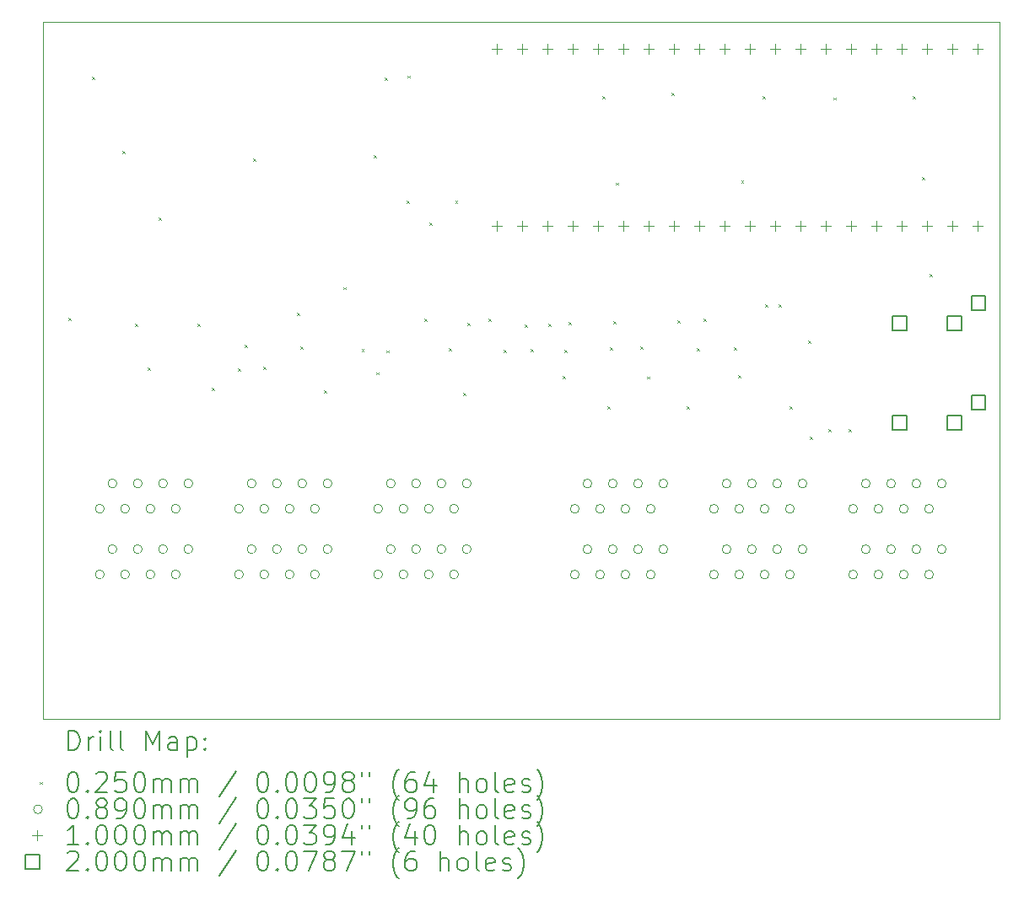
<source format=gbr>
%TF.GenerationSoftware,KiCad,Pcbnew,9.0.0*%
%TF.CreationDate,2025-03-16T14:09:19-07:00*%
%TF.ProjectId,elan_interface,656c616e-5f69-46e7-9465-72666163652e,rev?*%
%TF.SameCoordinates,Original*%
%TF.FileFunction,Drillmap*%
%TF.FilePolarity,Positive*%
%FSLAX45Y45*%
G04 Gerber Fmt 4.5, Leading zero omitted, Abs format (unit mm)*
G04 Created by KiCad (PCBNEW 9.0.0) date 2025-03-16 14:09:19*
%MOMM*%
%LPD*%
G01*
G04 APERTURE LIST*
%ADD10C,0.100000*%
%ADD11C,0.200000*%
G04 APERTURE END LIST*
D10*
X10600000Y-4500000D02*
X20200000Y-4500000D01*
X20200000Y-11500000D01*
X10600000Y-11500000D01*
X10600000Y-4500000D01*
D11*
D10*
X10857500Y-7467500D02*
X10882500Y-7492500D01*
X10882500Y-7467500D02*
X10857500Y-7492500D01*
X11092500Y-5052500D02*
X11117500Y-5077500D01*
X11117500Y-5052500D02*
X11092500Y-5077500D01*
X11397500Y-5797500D02*
X11422500Y-5822500D01*
X11422500Y-5797500D02*
X11397500Y-5822500D01*
X11522500Y-7527500D02*
X11547500Y-7552500D01*
X11547500Y-7527500D02*
X11522500Y-7552500D01*
X11652500Y-7973750D02*
X11677500Y-7998750D01*
X11677500Y-7973750D02*
X11652500Y-7998750D01*
X11762500Y-6467500D02*
X11787500Y-6492500D01*
X11787500Y-6467500D02*
X11762500Y-6492500D01*
X12147500Y-7532500D02*
X12172500Y-7557500D01*
X12172500Y-7532500D02*
X12147500Y-7557500D01*
X12292500Y-8177500D02*
X12317500Y-8202500D01*
X12317500Y-8177500D02*
X12292500Y-8202500D01*
X12557500Y-7977500D02*
X12582500Y-8002500D01*
X12582500Y-7977500D02*
X12557500Y-8002500D01*
X12627500Y-7742500D02*
X12652500Y-7767500D01*
X12652500Y-7742500D02*
X12627500Y-7767500D01*
X12707500Y-5867500D02*
X12732500Y-5892500D01*
X12732500Y-5867500D02*
X12707500Y-5892500D01*
X12807500Y-7963750D02*
X12832500Y-7988750D01*
X12832500Y-7963750D02*
X12807500Y-7988750D01*
X13152500Y-7417500D02*
X13177500Y-7442500D01*
X13177500Y-7417500D02*
X13152500Y-7442500D01*
X13182500Y-7757500D02*
X13207500Y-7782500D01*
X13207500Y-7757500D02*
X13182500Y-7782500D01*
X13417500Y-8197500D02*
X13442500Y-8222500D01*
X13442500Y-8197500D02*
X13417500Y-8222500D01*
X13617500Y-7162500D02*
X13642500Y-7187500D01*
X13642500Y-7162500D02*
X13617500Y-7187500D01*
X13797500Y-7787500D02*
X13822500Y-7812500D01*
X13822500Y-7787500D02*
X13797500Y-7812500D01*
X13922500Y-5837500D02*
X13947500Y-5862500D01*
X13947500Y-5837500D02*
X13922500Y-5862500D01*
X13947500Y-8017500D02*
X13972500Y-8042500D01*
X13972500Y-8017500D02*
X13947500Y-8042500D01*
X14027500Y-5062500D02*
X14052500Y-5087500D01*
X14052500Y-5062500D02*
X14027500Y-5087500D01*
X14047500Y-7797500D02*
X14072500Y-7822500D01*
X14072500Y-7797500D02*
X14047500Y-7822500D01*
X14247500Y-6292500D02*
X14272500Y-6317500D01*
X14272500Y-6292500D02*
X14247500Y-6317500D01*
X14262500Y-5037500D02*
X14287500Y-5062500D01*
X14287500Y-5037500D02*
X14262500Y-5062500D01*
X14427500Y-7482500D02*
X14452500Y-7507500D01*
X14452500Y-7482500D02*
X14427500Y-7507500D01*
X14477500Y-6517500D02*
X14502500Y-6542500D01*
X14502500Y-6517500D02*
X14477500Y-6542500D01*
X14677500Y-7777500D02*
X14702500Y-7802500D01*
X14702500Y-7777500D02*
X14677500Y-7802500D01*
X14737500Y-6297500D02*
X14762500Y-6322500D01*
X14762500Y-6297500D02*
X14737500Y-6322500D01*
X14817500Y-8227500D02*
X14842500Y-8252500D01*
X14842500Y-8227500D02*
X14817500Y-8252500D01*
X14862500Y-7522500D02*
X14887500Y-7547500D01*
X14887500Y-7522500D02*
X14862500Y-7547500D01*
X15072500Y-7482500D02*
X15097500Y-7507500D01*
X15097500Y-7482500D02*
X15072500Y-7507500D01*
X15222500Y-7792500D02*
X15247500Y-7817500D01*
X15247500Y-7792500D02*
X15222500Y-7817500D01*
X15437500Y-7537500D02*
X15462500Y-7562500D01*
X15462500Y-7537500D02*
X15437500Y-7562500D01*
X15497500Y-7787500D02*
X15522500Y-7812500D01*
X15522500Y-7787500D02*
X15497500Y-7812500D01*
X15672500Y-7532500D02*
X15697500Y-7557500D01*
X15697500Y-7532500D02*
X15672500Y-7557500D01*
X15817500Y-8057500D02*
X15842500Y-8082500D01*
X15842500Y-8057500D02*
X15817500Y-8082500D01*
X15832500Y-7792500D02*
X15857500Y-7817500D01*
X15857500Y-7792500D02*
X15832500Y-7817500D01*
X15872500Y-7517500D02*
X15897500Y-7542500D01*
X15897500Y-7517500D02*
X15872500Y-7542500D01*
X16217500Y-5247500D02*
X16242500Y-5272500D01*
X16242500Y-5247500D02*
X16217500Y-5272500D01*
X16267500Y-8357500D02*
X16292500Y-8382500D01*
X16292500Y-8357500D02*
X16267500Y-8382500D01*
X16292500Y-7767500D02*
X16317500Y-7792500D01*
X16317500Y-7767500D02*
X16292500Y-7792500D01*
X16327500Y-7502500D02*
X16352500Y-7527500D01*
X16352500Y-7502500D02*
X16327500Y-7527500D01*
X16352500Y-6112500D02*
X16377500Y-6137500D01*
X16377500Y-6112500D02*
X16352500Y-6137500D01*
X16597500Y-7762500D02*
X16622500Y-7787500D01*
X16622500Y-7762500D02*
X16597500Y-7787500D01*
X16667500Y-8060000D02*
X16692500Y-8085000D01*
X16692500Y-8060000D02*
X16667500Y-8085000D01*
X16912500Y-5212500D02*
X16937500Y-5237500D01*
X16937500Y-5212500D02*
X16912500Y-5237500D01*
X16967500Y-7497500D02*
X16992500Y-7522500D01*
X16992500Y-7497500D02*
X16967500Y-7522500D01*
X17062500Y-8357500D02*
X17087500Y-8382500D01*
X17087500Y-8357500D02*
X17062500Y-8382500D01*
X17162500Y-7772500D02*
X17187500Y-7797500D01*
X17187500Y-7772500D02*
X17162500Y-7797500D01*
X17227500Y-7482500D02*
X17252500Y-7507500D01*
X17252500Y-7482500D02*
X17227500Y-7507500D01*
X17537500Y-7767500D02*
X17562500Y-7792500D01*
X17562500Y-7767500D02*
X17537500Y-7792500D01*
X17577500Y-8043750D02*
X17602500Y-8068750D01*
X17602500Y-8043750D02*
X17577500Y-8068750D01*
X17607500Y-6092500D02*
X17632500Y-6117500D01*
X17632500Y-6092500D02*
X17607500Y-6117500D01*
X17827500Y-5242500D02*
X17852500Y-5267500D01*
X17852500Y-5242500D02*
X17827500Y-5267500D01*
X17852500Y-7337500D02*
X17877500Y-7362500D01*
X17877500Y-7337500D02*
X17852500Y-7362500D01*
X17982500Y-7337500D02*
X18007500Y-7362500D01*
X18007500Y-7337500D02*
X17982500Y-7362500D01*
X18097500Y-8357500D02*
X18122500Y-8382500D01*
X18122500Y-8357500D02*
X18097500Y-8382500D01*
X18277500Y-7697500D02*
X18302500Y-7722500D01*
X18302500Y-7697500D02*
X18277500Y-7722500D01*
X18297500Y-8667500D02*
X18322500Y-8692500D01*
X18322500Y-8667500D02*
X18297500Y-8692500D01*
X18487500Y-8587500D02*
X18512500Y-8612500D01*
X18512500Y-8587500D02*
X18487500Y-8612500D01*
X18537500Y-5257500D02*
X18562500Y-5282500D01*
X18562500Y-5257500D02*
X18537500Y-5282500D01*
X18687500Y-8587500D02*
X18712500Y-8612500D01*
X18712500Y-8587500D02*
X18687500Y-8612500D01*
X19327500Y-5247500D02*
X19352500Y-5272500D01*
X19352500Y-5247500D02*
X19327500Y-5272500D01*
X19427500Y-6057500D02*
X19452500Y-6082500D01*
X19452500Y-6057500D02*
X19427500Y-6082500D01*
X19502500Y-7027500D02*
X19527500Y-7052500D01*
X19527500Y-7027500D02*
X19502500Y-7052500D01*
X11215000Y-9390000D02*
G75*
G02*
X11126000Y-9390000I-44500J0D01*
G01*
X11126000Y-9390000D02*
G75*
G02*
X11215000Y-9390000I44500J0D01*
G01*
X11215000Y-10050000D02*
G75*
G02*
X11126000Y-10050000I-44500J0D01*
G01*
X11126000Y-10050000D02*
G75*
G02*
X11215000Y-10050000I44500J0D01*
G01*
X11342000Y-9136000D02*
G75*
G02*
X11253000Y-9136000I-44500J0D01*
G01*
X11253000Y-9136000D02*
G75*
G02*
X11342000Y-9136000I44500J0D01*
G01*
X11342000Y-9796000D02*
G75*
G02*
X11253000Y-9796000I-44500J0D01*
G01*
X11253000Y-9796000D02*
G75*
G02*
X11342000Y-9796000I44500J0D01*
G01*
X11469000Y-9390000D02*
G75*
G02*
X11380000Y-9390000I-44500J0D01*
G01*
X11380000Y-9390000D02*
G75*
G02*
X11469000Y-9390000I44500J0D01*
G01*
X11469000Y-10050000D02*
G75*
G02*
X11380000Y-10050000I-44500J0D01*
G01*
X11380000Y-10050000D02*
G75*
G02*
X11469000Y-10050000I44500J0D01*
G01*
X11596000Y-9136000D02*
G75*
G02*
X11507000Y-9136000I-44500J0D01*
G01*
X11507000Y-9136000D02*
G75*
G02*
X11596000Y-9136000I44500J0D01*
G01*
X11596000Y-9796000D02*
G75*
G02*
X11507000Y-9796000I-44500J0D01*
G01*
X11507000Y-9796000D02*
G75*
G02*
X11596000Y-9796000I44500J0D01*
G01*
X11723000Y-9390000D02*
G75*
G02*
X11634000Y-9390000I-44500J0D01*
G01*
X11634000Y-9390000D02*
G75*
G02*
X11723000Y-9390000I44500J0D01*
G01*
X11723000Y-10050000D02*
G75*
G02*
X11634000Y-10050000I-44500J0D01*
G01*
X11634000Y-10050000D02*
G75*
G02*
X11723000Y-10050000I44500J0D01*
G01*
X11850000Y-9136000D02*
G75*
G02*
X11761000Y-9136000I-44500J0D01*
G01*
X11761000Y-9136000D02*
G75*
G02*
X11850000Y-9136000I44500J0D01*
G01*
X11850000Y-9796000D02*
G75*
G02*
X11761000Y-9796000I-44500J0D01*
G01*
X11761000Y-9796000D02*
G75*
G02*
X11850000Y-9796000I44500J0D01*
G01*
X11977000Y-9390000D02*
G75*
G02*
X11888000Y-9390000I-44500J0D01*
G01*
X11888000Y-9390000D02*
G75*
G02*
X11977000Y-9390000I44500J0D01*
G01*
X11977000Y-10050000D02*
G75*
G02*
X11888000Y-10050000I-44500J0D01*
G01*
X11888000Y-10050000D02*
G75*
G02*
X11977000Y-10050000I44500J0D01*
G01*
X12104000Y-9136000D02*
G75*
G02*
X12015000Y-9136000I-44500J0D01*
G01*
X12015000Y-9136000D02*
G75*
G02*
X12104000Y-9136000I44500J0D01*
G01*
X12104000Y-9796000D02*
G75*
G02*
X12015000Y-9796000I-44500J0D01*
G01*
X12015000Y-9796000D02*
G75*
G02*
X12104000Y-9796000I44500J0D01*
G01*
X12612000Y-9390000D02*
G75*
G02*
X12523000Y-9390000I-44500J0D01*
G01*
X12523000Y-9390000D02*
G75*
G02*
X12612000Y-9390000I44500J0D01*
G01*
X12612000Y-10050000D02*
G75*
G02*
X12523000Y-10050000I-44500J0D01*
G01*
X12523000Y-10050000D02*
G75*
G02*
X12612000Y-10050000I44500J0D01*
G01*
X12739000Y-9136000D02*
G75*
G02*
X12650000Y-9136000I-44500J0D01*
G01*
X12650000Y-9136000D02*
G75*
G02*
X12739000Y-9136000I44500J0D01*
G01*
X12739000Y-9796000D02*
G75*
G02*
X12650000Y-9796000I-44500J0D01*
G01*
X12650000Y-9796000D02*
G75*
G02*
X12739000Y-9796000I44500J0D01*
G01*
X12866000Y-9390000D02*
G75*
G02*
X12777000Y-9390000I-44500J0D01*
G01*
X12777000Y-9390000D02*
G75*
G02*
X12866000Y-9390000I44500J0D01*
G01*
X12866000Y-10050000D02*
G75*
G02*
X12777000Y-10050000I-44500J0D01*
G01*
X12777000Y-10050000D02*
G75*
G02*
X12866000Y-10050000I44500J0D01*
G01*
X12993000Y-9136000D02*
G75*
G02*
X12904000Y-9136000I-44500J0D01*
G01*
X12904000Y-9136000D02*
G75*
G02*
X12993000Y-9136000I44500J0D01*
G01*
X12993000Y-9796000D02*
G75*
G02*
X12904000Y-9796000I-44500J0D01*
G01*
X12904000Y-9796000D02*
G75*
G02*
X12993000Y-9796000I44500J0D01*
G01*
X13120000Y-9390000D02*
G75*
G02*
X13031000Y-9390000I-44500J0D01*
G01*
X13031000Y-9390000D02*
G75*
G02*
X13120000Y-9390000I44500J0D01*
G01*
X13120000Y-10050000D02*
G75*
G02*
X13031000Y-10050000I-44500J0D01*
G01*
X13031000Y-10050000D02*
G75*
G02*
X13120000Y-10050000I44500J0D01*
G01*
X13247000Y-9136000D02*
G75*
G02*
X13158000Y-9136000I-44500J0D01*
G01*
X13158000Y-9136000D02*
G75*
G02*
X13247000Y-9136000I44500J0D01*
G01*
X13247000Y-9796000D02*
G75*
G02*
X13158000Y-9796000I-44500J0D01*
G01*
X13158000Y-9796000D02*
G75*
G02*
X13247000Y-9796000I44500J0D01*
G01*
X13374000Y-9390000D02*
G75*
G02*
X13285000Y-9390000I-44500J0D01*
G01*
X13285000Y-9390000D02*
G75*
G02*
X13374000Y-9390000I44500J0D01*
G01*
X13374000Y-10050000D02*
G75*
G02*
X13285000Y-10050000I-44500J0D01*
G01*
X13285000Y-10050000D02*
G75*
G02*
X13374000Y-10050000I44500J0D01*
G01*
X13501000Y-9136000D02*
G75*
G02*
X13412000Y-9136000I-44500J0D01*
G01*
X13412000Y-9136000D02*
G75*
G02*
X13501000Y-9136000I44500J0D01*
G01*
X13501000Y-9796000D02*
G75*
G02*
X13412000Y-9796000I-44500J0D01*
G01*
X13412000Y-9796000D02*
G75*
G02*
X13501000Y-9796000I44500J0D01*
G01*
X14009000Y-9390000D02*
G75*
G02*
X13920000Y-9390000I-44500J0D01*
G01*
X13920000Y-9390000D02*
G75*
G02*
X14009000Y-9390000I44500J0D01*
G01*
X14009000Y-10050000D02*
G75*
G02*
X13920000Y-10050000I-44500J0D01*
G01*
X13920000Y-10050000D02*
G75*
G02*
X14009000Y-10050000I44500J0D01*
G01*
X14136000Y-9136000D02*
G75*
G02*
X14047000Y-9136000I-44500J0D01*
G01*
X14047000Y-9136000D02*
G75*
G02*
X14136000Y-9136000I44500J0D01*
G01*
X14136000Y-9796000D02*
G75*
G02*
X14047000Y-9796000I-44500J0D01*
G01*
X14047000Y-9796000D02*
G75*
G02*
X14136000Y-9796000I44500J0D01*
G01*
X14263000Y-9390000D02*
G75*
G02*
X14174000Y-9390000I-44500J0D01*
G01*
X14174000Y-9390000D02*
G75*
G02*
X14263000Y-9390000I44500J0D01*
G01*
X14263000Y-10050000D02*
G75*
G02*
X14174000Y-10050000I-44500J0D01*
G01*
X14174000Y-10050000D02*
G75*
G02*
X14263000Y-10050000I44500J0D01*
G01*
X14390000Y-9136000D02*
G75*
G02*
X14301000Y-9136000I-44500J0D01*
G01*
X14301000Y-9136000D02*
G75*
G02*
X14390000Y-9136000I44500J0D01*
G01*
X14390000Y-9796000D02*
G75*
G02*
X14301000Y-9796000I-44500J0D01*
G01*
X14301000Y-9796000D02*
G75*
G02*
X14390000Y-9796000I44500J0D01*
G01*
X14517000Y-9390000D02*
G75*
G02*
X14428000Y-9390000I-44500J0D01*
G01*
X14428000Y-9390000D02*
G75*
G02*
X14517000Y-9390000I44500J0D01*
G01*
X14517000Y-10050000D02*
G75*
G02*
X14428000Y-10050000I-44500J0D01*
G01*
X14428000Y-10050000D02*
G75*
G02*
X14517000Y-10050000I44500J0D01*
G01*
X14644000Y-9136000D02*
G75*
G02*
X14555000Y-9136000I-44500J0D01*
G01*
X14555000Y-9136000D02*
G75*
G02*
X14644000Y-9136000I44500J0D01*
G01*
X14644000Y-9796000D02*
G75*
G02*
X14555000Y-9796000I-44500J0D01*
G01*
X14555000Y-9796000D02*
G75*
G02*
X14644000Y-9796000I44500J0D01*
G01*
X14771000Y-9390000D02*
G75*
G02*
X14682000Y-9390000I-44500J0D01*
G01*
X14682000Y-9390000D02*
G75*
G02*
X14771000Y-9390000I44500J0D01*
G01*
X14771000Y-10050000D02*
G75*
G02*
X14682000Y-10050000I-44500J0D01*
G01*
X14682000Y-10050000D02*
G75*
G02*
X14771000Y-10050000I44500J0D01*
G01*
X14898000Y-9136000D02*
G75*
G02*
X14809000Y-9136000I-44500J0D01*
G01*
X14809000Y-9136000D02*
G75*
G02*
X14898000Y-9136000I44500J0D01*
G01*
X14898000Y-9796000D02*
G75*
G02*
X14809000Y-9796000I-44500J0D01*
G01*
X14809000Y-9796000D02*
G75*
G02*
X14898000Y-9796000I44500J0D01*
G01*
X15983500Y-9390000D02*
G75*
G02*
X15894500Y-9390000I-44500J0D01*
G01*
X15894500Y-9390000D02*
G75*
G02*
X15983500Y-9390000I44500J0D01*
G01*
X15983500Y-10050000D02*
G75*
G02*
X15894500Y-10050000I-44500J0D01*
G01*
X15894500Y-10050000D02*
G75*
G02*
X15983500Y-10050000I44500J0D01*
G01*
X16110500Y-9136000D02*
G75*
G02*
X16021500Y-9136000I-44500J0D01*
G01*
X16021500Y-9136000D02*
G75*
G02*
X16110500Y-9136000I44500J0D01*
G01*
X16110500Y-9796000D02*
G75*
G02*
X16021500Y-9796000I-44500J0D01*
G01*
X16021500Y-9796000D02*
G75*
G02*
X16110500Y-9796000I44500J0D01*
G01*
X16237500Y-9390000D02*
G75*
G02*
X16148500Y-9390000I-44500J0D01*
G01*
X16148500Y-9390000D02*
G75*
G02*
X16237500Y-9390000I44500J0D01*
G01*
X16237500Y-10050000D02*
G75*
G02*
X16148500Y-10050000I-44500J0D01*
G01*
X16148500Y-10050000D02*
G75*
G02*
X16237500Y-10050000I44500J0D01*
G01*
X16364500Y-9136000D02*
G75*
G02*
X16275500Y-9136000I-44500J0D01*
G01*
X16275500Y-9136000D02*
G75*
G02*
X16364500Y-9136000I44500J0D01*
G01*
X16364500Y-9796000D02*
G75*
G02*
X16275500Y-9796000I-44500J0D01*
G01*
X16275500Y-9796000D02*
G75*
G02*
X16364500Y-9796000I44500J0D01*
G01*
X16491500Y-9390000D02*
G75*
G02*
X16402500Y-9390000I-44500J0D01*
G01*
X16402500Y-9390000D02*
G75*
G02*
X16491500Y-9390000I44500J0D01*
G01*
X16491500Y-10050000D02*
G75*
G02*
X16402500Y-10050000I-44500J0D01*
G01*
X16402500Y-10050000D02*
G75*
G02*
X16491500Y-10050000I44500J0D01*
G01*
X16618500Y-9136000D02*
G75*
G02*
X16529500Y-9136000I-44500J0D01*
G01*
X16529500Y-9136000D02*
G75*
G02*
X16618500Y-9136000I44500J0D01*
G01*
X16618500Y-9796000D02*
G75*
G02*
X16529500Y-9796000I-44500J0D01*
G01*
X16529500Y-9796000D02*
G75*
G02*
X16618500Y-9796000I44500J0D01*
G01*
X16745500Y-9390000D02*
G75*
G02*
X16656500Y-9390000I-44500J0D01*
G01*
X16656500Y-9390000D02*
G75*
G02*
X16745500Y-9390000I44500J0D01*
G01*
X16745500Y-10050000D02*
G75*
G02*
X16656500Y-10050000I-44500J0D01*
G01*
X16656500Y-10050000D02*
G75*
G02*
X16745500Y-10050000I44500J0D01*
G01*
X16872500Y-9136000D02*
G75*
G02*
X16783500Y-9136000I-44500J0D01*
G01*
X16783500Y-9136000D02*
G75*
G02*
X16872500Y-9136000I44500J0D01*
G01*
X16872500Y-9796000D02*
G75*
G02*
X16783500Y-9796000I-44500J0D01*
G01*
X16783500Y-9796000D02*
G75*
G02*
X16872500Y-9796000I44500J0D01*
G01*
X17380500Y-9390000D02*
G75*
G02*
X17291500Y-9390000I-44500J0D01*
G01*
X17291500Y-9390000D02*
G75*
G02*
X17380500Y-9390000I44500J0D01*
G01*
X17380500Y-10050000D02*
G75*
G02*
X17291500Y-10050000I-44500J0D01*
G01*
X17291500Y-10050000D02*
G75*
G02*
X17380500Y-10050000I44500J0D01*
G01*
X17507500Y-9136000D02*
G75*
G02*
X17418500Y-9136000I-44500J0D01*
G01*
X17418500Y-9136000D02*
G75*
G02*
X17507500Y-9136000I44500J0D01*
G01*
X17507500Y-9796000D02*
G75*
G02*
X17418500Y-9796000I-44500J0D01*
G01*
X17418500Y-9796000D02*
G75*
G02*
X17507500Y-9796000I44500J0D01*
G01*
X17634500Y-9390000D02*
G75*
G02*
X17545500Y-9390000I-44500J0D01*
G01*
X17545500Y-9390000D02*
G75*
G02*
X17634500Y-9390000I44500J0D01*
G01*
X17634500Y-10050000D02*
G75*
G02*
X17545500Y-10050000I-44500J0D01*
G01*
X17545500Y-10050000D02*
G75*
G02*
X17634500Y-10050000I44500J0D01*
G01*
X17761500Y-9136000D02*
G75*
G02*
X17672500Y-9136000I-44500J0D01*
G01*
X17672500Y-9136000D02*
G75*
G02*
X17761500Y-9136000I44500J0D01*
G01*
X17761500Y-9796000D02*
G75*
G02*
X17672500Y-9796000I-44500J0D01*
G01*
X17672500Y-9796000D02*
G75*
G02*
X17761500Y-9796000I44500J0D01*
G01*
X17888500Y-9390000D02*
G75*
G02*
X17799500Y-9390000I-44500J0D01*
G01*
X17799500Y-9390000D02*
G75*
G02*
X17888500Y-9390000I44500J0D01*
G01*
X17888500Y-10050000D02*
G75*
G02*
X17799500Y-10050000I-44500J0D01*
G01*
X17799500Y-10050000D02*
G75*
G02*
X17888500Y-10050000I44500J0D01*
G01*
X18015500Y-9136000D02*
G75*
G02*
X17926500Y-9136000I-44500J0D01*
G01*
X17926500Y-9136000D02*
G75*
G02*
X18015500Y-9136000I44500J0D01*
G01*
X18015500Y-9796000D02*
G75*
G02*
X17926500Y-9796000I-44500J0D01*
G01*
X17926500Y-9796000D02*
G75*
G02*
X18015500Y-9796000I44500J0D01*
G01*
X18142500Y-9390000D02*
G75*
G02*
X18053500Y-9390000I-44500J0D01*
G01*
X18053500Y-9390000D02*
G75*
G02*
X18142500Y-9390000I44500J0D01*
G01*
X18142500Y-10050000D02*
G75*
G02*
X18053500Y-10050000I-44500J0D01*
G01*
X18053500Y-10050000D02*
G75*
G02*
X18142500Y-10050000I44500J0D01*
G01*
X18269500Y-9136000D02*
G75*
G02*
X18180500Y-9136000I-44500J0D01*
G01*
X18180500Y-9136000D02*
G75*
G02*
X18269500Y-9136000I44500J0D01*
G01*
X18269500Y-9796000D02*
G75*
G02*
X18180500Y-9796000I-44500J0D01*
G01*
X18180500Y-9796000D02*
G75*
G02*
X18269500Y-9796000I44500J0D01*
G01*
X18777500Y-9390000D02*
G75*
G02*
X18688500Y-9390000I-44500J0D01*
G01*
X18688500Y-9390000D02*
G75*
G02*
X18777500Y-9390000I44500J0D01*
G01*
X18777500Y-10050000D02*
G75*
G02*
X18688500Y-10050000I-44500J0D01*
G01*
X18688500Y-10050000D02*
G75*
G02*
X18777500Y-10050000I44500J0D01*
G01*
X18904500Y-9136000D02*
G75*
G02*
X18815500Y-9136000I-44500J0D01*
G01*
X18815500Y-9136000D02*
G75*
G02*
X18904500Y-9136000I44500J0D01*
G01*
X18904500Y-9796000D02*
G75*
G02*
X18815500Y-9796000I-44500J0D01*
G01*
X18815500Y-9796000D02*
G75*
G02*
X18904500Y-9796000I44500J0D01*
G01*
X19031500Y-9390000D02*
G75*
G02*
X18942500Y-9390000I-44500J0D01*
G01*
X18942500Y-9390000D02*
G75*
G02*
X19031500Y-9390000I44500J0D01*
G01*
X19031500Y-10050000D02*
G75*
G02*
X18942500Y-10050000I-44500J0D01*
G01*
X18942500Y-10050000D02*
G75*
G02*
X19031500Y-10050000I44500J0D01*
G01*
X19158500Y-9136000D02*
G75*
G02*
X19069500Y-9136000I-44500J0D01*
G01*
X19069500Y-9136000D02*
G75*
G02*
X19158500Y-9136000I44500J0D01*
G01*
X19158500Y-9796000D02*
G75*
G02*
X19069500Y-9796000I-44500J0D01*
G01*
X19069500Y-9796000D02*
G75*
G02*
X19158500Y-9796000I44500J0D01*
G01*
X19285500Y-9390000D02*
G75*
G02*
X19196500Y-9390000I-44500J0D01*
G01*
X19196500Y-9390000D02*
G75*
G02*
X19285500Y-9390000I44500J0D01*
G01*
X19285500Y-10050000D02*
G75*
G02*
X19196500Y-10050000I-44500J0D01*
G01*
X19196500Y-10050000D02*
G75*
G02*
X19285500Y-10050000I44500J0D01*
G01*
X19412500Y-9136000D02*
G75*
G02*
X19323500Y-9136000I-44500J0D01*
G01*
X19323500Y-9136000D02*
G75*
G02*
X19412500Y-9136000I44500J0D01*
G01*
X19412500Y-9796000D02*
G75*
G02*
X19323500Y-9796000I-44500J0D01*
G01*
X19323500Y-9796000D02*
G75*
G02*
X19412500Y-9796000I44500J0D01*
G01*
X19539500Y-9390000D02*
G75*
G02*
X19450500Y-9390000I-44500J0D01*
G01*
X19450500Y-9390000D02*
G75*
G02*
X19539500Y-9390000I44500J0D01*
G01*
X19539500Y-10050000D02*
G75*
G02*
X19450500Y-10050000I-44500J0D01*
G01*
X19450500Y-10050000D02*
G75*
G02*
X19539500Y-10050000I44500J0D01*
G01*
X19666500Y-9136000D02*
G75*
G02*
X19577500Y-9136000I-44500J0D01*
G01*
X19577500Y-9136000D02*
G75*
G02*
X19666500Y-9136000I44500J0D01*
G01*
X19666500Y-9796000D02*
G75*
G02*
X19577500Y-9796000I-44500J0D01*
G01*
X19577500Y-9796000D02*
G75*
G02*
X19666500Y-9796000I44500J0D01*
G01*
X15156000Y-4722000D02*
X15156000Y-4822000D01*
X15106000Y-4772000D02*
X15206000Y-4772000D01*
X15156000Y-6500000D02*
X15156000Y-6600000D01*
X15106000Y-6550000D02*
X15206000Y-6550000D01*
X15410000Y-4722000D02*
X15410000Y-4822000D01*
X15360000Y-4772000D02*
X15460000Y-4772000D01*
X15410000Y-6500000D02*
X15410000Y-6600000D01*
X15360000Y-6550000D02*
X15460000Y-6550000D01*
X15664000Y-4722000D02*
X15664000Y-4822000D01*
X15614000Y-4772000D02*
X15714000Y-4772000D01*
X15664000Y-6500000D02*
X15664000Y-6600000D01*
X15614000Y-6550000D02*
X15714000Y-6550000D01*
X15918000Y-4722000D02*
X15918000Y-4822000D01*
X15868000Y-4772000D02*
X15968000Y-4772000D01*
X15918000Y-6500000D02*
X15918000Y-6600000D01*
X15868000Y-6550000D02*
X15968000Y-6550000D01*
X16172000Y-4722000D02*
X16172000Y-4822000D01*
X16122000Y-4772000D02*
X16222000Y-4772000D01*
X16172000Y-6500000D02*
X16172000Y-6600000D01*
X16122000Y-6550000D02*
X16222000Y-6550000D01*
X16426000Y-4722000D02*
X16426000Y-4822000D01*
X16376000Y-4772000D02*
X16476000Y-4772000D01*
X16426000Y-6500000D02*
X16426000Y-6600000D01*
X16376000Y-6550000D02*
X16476000Y-6550000D01*
X16680000Y-4722000D02*
X16680000Y-4822000D01*
X16630000Y-4772000D02*
X16730000Y-4772000D01*
X16680000Y-6500000D02*
X16680000Y-6600000D01*
X16630000Y-6550000D02*
X16730000Y-6550000D01*
X16934000Y-4722000D02*
X16934000Y-4822000D01*
X16884000Y-4772000D02*
X16984000Y-4772000D01*
X16934000Y-6500000D02*
X16934000Y-6600000D01*
X16884000Y-6550000D02*
X16984000Y-6550000D01*
X17188000Y-4722000D02*
X17188000Y-4822000D01*
X17138000Y-4772000D02*
X17238000Y-4772000D01*
X17188000Y-6500000D02*
X17188000Y-6600000D01*
X17138000Y-6550000D02*
X17238000Y-6550000D01*
X17442000Y-4722000D02*
X17442000Y-4822000D01*
X17392000Y-4772000D02*
X17492000Y-4772000D01*
X17442000Y-6500000D02*
X17442000Y-6600000D01*
X17392000Y-6550000D02*
X17492000Y-6550000D01*
X17696000Y-4722000D02*
X17696000Y-4822000D01*
X17646000Y-4772000D02*
X17746000Y-4772000D01*
X17696000Y-6500000D02*
X17696000Y-6600000D01*
X17646000Y-6550000D02*
X17746000Y-6550000D01*
X17950000Y-4722000D02*
X17950000Y-4822000D01*
X17900000Y-4772000D02*
X18000000Y-4772000D01*
X17950000Y-6500000D02*
X17950000Y-6600000D01*
X17900000Y-6550000D02*
X18000000Y-6550000D01*
X18204000Y-4722000D02*
X18204000Y-4822000D01*
X18154000Y-4772000D02*
X18254000Y-4772000D01*
X18204000Y-6500000D02*
X18204000Y-6600000D01*
X18154000Y-6550000D02*
X18254000Y-6550000D01*
X18458000Y-4722000D02*
X18458000Y-4822000D01*
X18408000Y-4772000D02*
X18508000Y-4772000D01*
X18458000Y-6500000D02*
X18458000Y-6600000D01*
X18408000Y-6550000D02*
X18508000Y-6550000D01*
X18712000Y-4722000D02*
X18712000Y-4822000D01*
X18662000Y-4772000D02*
X18762000Y-4772000D01*
X18712000Y-6500000D02*
X18712000Y-6600000D01*
X18662000Y-6550000D02*
X18762000Y-6550000D01*
X18966000Y-4722000D02*
X18966000Y-4822000D01*
X18916000Y-4772000D02*
X19016000Y-4772000D01*
X18966000Y-6500000D02*
X18966000Y-6600000D01*
X18916000Y-6550000D02*
X19016000Y-6550000D01*
X19220000Y-4722000D02*
X19220000Y-4822000D01*
X19170000Y-4772000D02*
X19270000Y-4772000D01*
X19220000Y-6500000D02*
X19220000Y-6600000D01*
X19170000Y-6550000D02*
X19270000Y-6550000D01*
X19474000Y-4722000D02*
X19474000Y-4822000D01*
X19424000Y-4772000D02*
X19524000Y-4772000D01*
X19474000Y-6500000D02*
X19474000Y-6600000D01*
X19424000Y-6550000D02*
X19524000Y-6550000D01*
X19728000Y-4722000D02*
X19728000Y-4822000D01*
X19678000Y-4772000D02*
X19778000Y-4772000D01*
X19728000Y-6500000D02*
X19728000Y-6600000D01*
X19678000Y-6550000D02*
X19778000Y-6550000D01*
X19982000Y-4722000D02*
X19982000Y-4822000D01*
X19932000Y-4772000D02*
X20032000Y-4772000D01*
X19982000Y-6500000D02*
X19982000Y-6600000D01*
X19932000Y-6550000D02*
X20032000Y-6550000D01*
D11*
X19272711Y-7595711D02*
X19272711Y-7454289D01*
X19131289Y-7454289D01*
X19131289Y-7595711D01*
X19272711Y-7595711D01*
X19272711Y-8595711D02*
X19272711Y-8454289D01*
X19131289Y-8454289D01*
X19131289Y-8595711D01*
X19272711Y-8595711D01*
X19822711Y-7595711D02*
X19822711Y-7454289D01*
X19681289Y-7454289D01*
X19681289Y-7595711D01*
X19822711Y-7595711D01*
X19822711Y-8595711D02*
X19822711Y-8454289D01*
X19681289Y-8454289D01*
X19681289Y-8595711D01*
X19822711Y-8595711D01*
X20062711Y-7395711D02*
X20062711Y-7254289D01*
X19921289Y-7254289D01*
X19921289Y-7395711D01*
X20062711Y-7395711D01*
X20062711Y-8395711D02*
X20062711Y-8254289D01*
X19921289Y-8254289D01*
X19921289Y-8395711D01*
X20062711Y-8395711D01*
X10855777Y-11816484D02*
X10855777Y-11616484D01*
X10855777Y-11616484D02*
X10903396Y-11616484D01*
X10903396Y-11616484D02*
X10931967Y-11626008D01*
X10931967Y-11626008D02*
X10951015Y-11645055D01*
X10951015Y-11645055D02*
X10960539Y-11664103D01*
X10960539Y-11664103D02*
X10970063Y-11702198D01*
X10970063Y-11702198D02*
X10970063Y-11730769D01*
X10970063Y-11730769D02*
X10960539Y-11768865D01*
X10960539Y-11768865D02*
X10951015Y-11787912D01*
X10951015Y-11787912D02*
X10931967Y-11806960D01*
X10931967Y-11806960D02*
X10903396Y-11816484D01*
X10903396Y-11816484D02*
X10855777Y-11816484D01*
X11055777Y-11816484D02*
X11055777Y-11683150D01*
X11055777Y-11721246D02*
X11065301Y-11702198D01*
X11065301Y-11702198D02*
X11074824Y-11692674D01*
X11074824Y-11692674D02*
X11093872Y-11683150D01*
X11093872Y-11683150D02*
X11112920Y-11683150D01*
X11179586Y-11816484D02*
X11179586Y-11683150D01*
X11179586Y-11616484D02*
X11170063Y-11626008D01*
X11170063Y-11626008D02*
X11179586Y-11635531D01*
X11179586Y-11635531D02*
X11189110Y-11626008D01*
X11189110Y-11626008D02*
X11179586Y-11616484D01*
X11179586Y-11616484D02*
X11179586Y-11635531D01*
X11303396Y-11816484D02*
X11284348Y-11806960D01*
X11284348Y-11806960D02*
X11274824Y-11787912D01*
X11274824Y-11787912D02*
X11274824Y-11616484D01*
X11408158Y-11816484D02*
X11389110Y-11806960D01*
X11389110Y-11806960D02*
X11379586Y-11787912D01*
X11379586Y-11787912D02*
X11379586Y-11616484D01*
X11636729Y-11816484D02*
X11636729Y-11616484D01*
X11636729Y-11616484D02*
X11703396Y-11759341D01*
X11703396Y-11759341D02*
X11770062Y-11616484D01*
X11770062Y-11616484D02*
X11770062Y-11816484D01*
X11951015Y-11816484D02*
X11951015Y-11711722D01*
X11951015Y-11711722D02*
X11941491Y-11692674D01*
X11941491Y-11692674D02*
X11922443Y-11683150D01*
X11922443Y-11683150D02*
X11884348Y-11683150D01*
X11884348Y-11683150D02*
X11865301Y-11692674D01*
X11951015Y-11806960D02*
X11931967Y-11816484D01*
X11931967Y-11816484D02*
X11884348Y-11816484D01*
X11884348Y-11816484D02*
X11865301Y-11806960D01*
X11865301Y-11806960D02*
X11855777Y-11787912D01*
X11855777Y-11787912D02*
X11855777Y-11768865D01*
X11855777Y-11768865D02*
X11865301Y-11749817D01*
X11865301Y-11749817D02*
X11884348Y-11740293D01*
X11884348Y-11740293D02*
X11931967Y-11740293D01*
X11931967Y-11740293D02*
X11951015Y-11730769D01*
X12046253Y-11683150D02*
X12046253Y-11883150D01*
X12046253Y-11692674D02*
X12065301Y-11683150D01*
X12065301Y-11683150D02*
X12103396Y-11683150D01*
X12103396Y-11683150D02*
X12122443Y-11692674D01*
X12122443Y-11692674D02*
X12131967Y-11702198D01*
X12131967Y-11702198D02*
X12141491Y-11721246D01*
X12141491Y-11721246D02*
X12141491Y-11778388D01*
X12141491Y-11778388D02*
X12131967Y-11797436D01*
X12131967Y-11797436D02*
X12122443Y-11806960D01*
X12122443Y-11806960D02*
X12103396Y-11816484D01*
X12103396Y-11816484D02*
X12065301Y-11816484D01*
X12065301Y-11816484D02*
X12046253Y-11806960D01*
X12227205Y-11797436D02*
X12236729Y-11806960D01*
X12236729Y-11806960D02*
X12227205Y-11816484D01*
X12227205Y-11816484D02*
X12217682Y-11806960D01*
X12217682Y-11806960D02*
X12227205Y-11797436D01*
X12227205Y-11797436D02*
X12227205Y-11816484D01*
X12227205Y-11692674D02*
X12236729Y-11702198D01*
X12236729Y-11702198D02*
X12227205Y-11711722D01*
X12227205Y-11711722D02*
X12217682Y-11702198D01*
X12217682Y-11702198D02*
X12227205Y-11692674D01*
X12227205Y-11692674D02*
X12227205Y-11711722D01*
D10*
X10570000Y-12132500D02*
X10595000Y-12157500D01*
X10595000Y-12132500D02*
X10570000Y-12157500D01*
D11*
X10893872Y-12036484D02*
X10912920Y-12036484D01*
X10912920Y-12036484D02*
X10931967Y-12046008D01*
X10931967Y-12046008D02*
X10941491Y-12055531D01*
X10941491Y-12055531D02*
X10951015Y-12074579D01*
X10951015Y-12074579D02*
X10960539Y-12112674D01*
X10960539Y-12112674D02*
X10960539Y-12160293D01*
X10960539Y-12160293D02*
X10951015Y-12198388D01*
X10951015Y-12198388D02*
X10941491Y-12217436D01*
X10941491Y-12217436D02*
X10931967Y-12226960D01*
X10931967Y-12226960D02*
X10912920Y-12236484D01*
X10912920Y-12236484D02*
X10893872Y-12236484D01*
X10893872Y-12236484D02*
X10874824Y-12226960D01*
X10874824Y-12226960D02*
X10865301Y-12217436D01*
X10865301Y-12217436D02*
X10855777Y-12198388D01*
X10855777Y-12198388D02*
X10846253Y-12160293D01*
X10846253Y-12160293D02*
X10846253Y-12112674D01*
X10846253Y-12112674D02*
X10855777Y-12074579D01*
X10855777Y-12074579D02*
X10865301Y-12055531D01*
X10865301Y-12055531D02*
X10874824Y-12046008D01*
X10874824Y-12046008D02*
X10893872Y-12036484D01*
X11046253Y-12217436D02*
X11055777Y-12226960D01*
X11055777Y-12226960D02*
X11046253Y-12236484D01*
X11046253Y-12236484D02*
X11036729Y-12226960D01*
X11036729Y-12226960D02*
X11046253Y-12217436D01*
X11046253Y-12217436D02*
X11046253Y-12236484D01*
X11131967Y-12055531D02*
X11141491Y-12046008D01*
X11141491Y-12046008D02*
X11160539Y-12036484D01*
X11160539Y-12036484D02*
X11208158Y-12036484D01*
X11208158Y-12036484D02*
X11227205Y-12046008D01*
X11227205Y-12046008D02*
X11236729Y-12055531D01*
X11236729Y-12055531D02*
X11246253Y-12074579D01*
X11246253Y-12074579D02*
X11246253Y-12093627D01*
X11246253Y-12093627D02*
X11236729Y-12122198D01*
X11236729Y-12122198D02*
X11122444Y-12236484D01*
X11122444Y-12236484D02*
X11246253Y-12236484D01*
X11427205Y-12036484D02*
X11331967Y-12036484D01*
X11331967Y-12036484D02*
X11322443Y-12131722D01*
X11322443Y-12131722D02*
X11331967Y-12122198D01*
X11331967Y-12122198D02*
X11351015Y-12112674D01*
X11351015Y-12112674D02*
X11398634Y-12112674D01*
X11398634Y-12112674D02*
X11417682Y-12122198D01*
X11417682Y-12122198D02*
X11427205Y-12131722D01*
X11427205Y-12131722D02*
X11436729Y-12150769D01*
X11436729Y-12150769D02*
X11436729Y-12198388D01*
X11436729Y-12198388D02*
X11427205Y-12217436D01*
X11427205Y-12217436D02*
X11417682Y-12226960D01*
X11417682Y-12226960D02*
X11398634Y-12236484D01*
X11398634Y-12236484D02*
X11351015Y-12236484D01*
X11351015Y-12236484D02*
X11331967Y-12226960D01*
X11331967Y-12226960D02*
X11322443Y-12217436D01*
X11560539Y-12036484D02*
X11579586Y-12036484D01*
X11579586Y-12036484D02*
X11598634Y-12046008D01*
X11598634Y-12046008D02*
X11608158Y-12055531D01*
X11608158Y-12055531D02*
X11617682Y-12074579D01*
X11617682Y-12074579D02*
X11627205Y-12112674D01*
X11627205Y-12112674D02*
X11627205Y-12160293D01*
X11627205Y-12160293D02*
X11617682Y-12198388D01*
X11617682Y-12198388D02*
X11608158Y-12217436D01*
X11608158Y-12217436D02*
X11598634Y-12226960D01*
X11598634Y-12226960D02*
X11579586Y-12236484D01*
X11579586Y-12236484D02*
X11560539Y-12236484D01*
X11560539Y-12236484D02*
X11541491Y-12226960D01*
X11541491Y-12226960D02*
X11531967Y-12217436D01*
X11531967Y-12217436D02*
X11522443Y-12198388D01*
X11522443Y-12198388D02*
X11512920Y-12160293D01*
X11512920Y-12160293D02*
X11512920Y-12112674D01*
X11512920Y-12112674D02*
X11522443Y-12074579D01*
X11522443Y-12074579D02*
X11531967Y-12055531D01*
X11531967Y-12055531D02*
X11541491Y-12046008D01*
X11541491Y-12046008D02*
X11560539Y-12036484D01*
X11712920Y-12236484D02*
X11712920Y-12103150D01*
X11712920Y-12122198D02*
X11722443Y-12112674D01*
X11722443Y-12112674D02*
X11741491Y-12103150D01*
X11741491Y-12103150D02*
X11770063Y-12103150D01*
X11770063Y-12103150D02*
X11789110Y-12112674D01*
X11789110Y-12112674D02*
X11798634Y-12131722D01*
X11798634Y-12131722D02*
X11798634Y-12236484D01*
X11798634Y-12131722D02*
X11808158Y-12112674D01*
X11808158Y-12112674D02*
X11827205Y-12103150D01*
X11827205Y-12103150D02*
X11855777Y-12103150D01*
X11855777Y-12103150D02*
X11874824Y-12112674D01*
X11874824Y-12112674D02*
X11884348Y-12131722D01*
X11884348Y-12131722D02*
X11884348Y-12236484D01*
X11979586Y-12236484D02*
X11979586Y-12103150D01*
X11979586Y-12122198D02*
X11989110Y-12112674D01*
X11989110Y-12112674D02*
X12008158Y-12103150D01*
X12008158Y-12103150D02*
X12036729Y-12103150D01*
X12036729Y-12103150D02*
X12055777Y-12112674D01*
X12055777Y-12112674D02*
X12065301Y-12131722D01*
X12065301Y-12131722D02*
X12065301Y-12236484D01*
X12065301Y-12131722D02*
X12074824Y-12112674D01*
X12074824Y-12112674D02*
X12093872Y-12103150D01*
X12093872Y-12103150D02*
X12122443Y-12103150D01*
X12122443Y-12103150D02*
X12141491Y-12112674D01*
X12141491Y-12112674D02*
X12151015Y-12131722D01*
X12151015Y-12131722D02*
X12151015Y-12236484D01*
X12541491Y-12026960D02*
X12370063Y-12284103D01*
X12798634Y-12036484D02*
X12817682Y-12036484D01*
X12817682Y-12036484D02*
X12836729Y-12046008D01*
X12836729Y-12046008D02*
X12846253Y-12055531D01*
X12846253Y-12055531D02*
X12855777Y-12074579D01*
X12855777Y-12074579D02*
X12865301Y-12112674D01*
X12865301Y-12112674D02*
X12865301Y-12160293D01*
X12865301Y-12160293D02*
X12855777Y-12198388D01*
X12855777Y-12198388D02*
X12846253Y-12217436D01*
X12846253Y-12217436D02*
X12836729Y-12226960D01*
X12836729Y-12226960D02*
X12817682Y-12236484D01*
X12817682Y-12236484D02*
X12798634Y-12236484D01*
X12798634Y-12236484D02*
X12779586Y-12226960D01*
X12779586Y-12226960D02*
X12770063Y-12217436D01*
X12770063Y-12217436D02*
X12760539Y-12198388D01*
X12760539Y-12198388D02*
X12751015Y-12160293D01*
X12751015Y-12160293D02*
X12751015Y-12112674D01*
X12751015Y-12112674D02*
X12760539Y-12074579D01*
X12760539Y-12074579D02*
X12770063Y-12055531D01*
X12770063Y-12055531D02*
X12779586Y-12046008D01*
X12779586Y-12046008D02*
X12798634Y-12036484D01*
X12951015Y-12217436D02*
X12960539Y-12226960D01*
X12960539Y-12226960D02*
X12951015Y-12236484D01*
X12951015Y-12236484D02*
X12941491Y-12226960D01*
X12941491Y-12226960D02*
X12951015Y-12217436D01*
X12951015Y-12217436D02*
X12951015Y-12236484D01*
X13084348Y-12036484D02*
X13103396Y-12036484D01*
X13103396Y-12036484D02*
X13122444Y-12046008D01*
X13122444Y-12046008D02*
X13131967Y-12055531D01*
X13131967Y-12055531D02*
X13141491Y-12074579D01*
X13141491Y-12074579D02*
X13151015Y-12112674D01*
X13151015Y-12112674D02*
X13151015Y-12160293D01*
X13151015Y-12160293D02*
X13141491Y-12198388D01*
X13141491Y-12198388D02*
X13131967Y-12217436D01*
X13131967Y-12217436D02*
X13122444Y-12226960D01*
X13122444Y-12226960D02*
X13103396Y-12236484D01*
X13103396Y-12236484D02*
X13084348Y-12236484D01*
X13084348Y-12236484D02*
X13065301Y-12226960D01*
X13065301Y-12226960D02*
X13055777Y-12217436D01*
X13055777Y-12217436D02*
X13046253Y-12198388D01*
X13046253Y-12198388D02*
X13036729Y-12160293D01*
X13036729Y-12160293D02*
X13036729Y-12112674D01*
X13036729Y-12112674D02*
X13046253Y-12074579D01*
X13046253Y-12074579D02*
X13055777Y-12055531D01*
X13055777Y-12055531D02*
X13065301Y-12046008D01*
X13065301Y-12046008D02*
X13084348Y-12036484D01*
X13274825Y-12036484D02*
X13293872Y-12036484D01*
X13293872Y-12036484D02*
X13312920Y-12046008D01*
X13312920Y-12046008D02*
X13322444Y-12055531D01*
X13322444Y-12055531D02*
X13331967Y-12074579D01*
X13331967Y-12074579D02*
X13341491Y-12112674D01*
X13341491Y-12112674D02*
X13341491Y-12160293D01*
X13341491Y-12160293D02*
X13331967Y-12198388D01*
X13331967Y-12198388D02*
X13322444Y-12217436D01*
X13322444Y-12217436D02*
X13312920Y-12226960D01*
X13312920Y-12226960D02*
X13293872Y-12236484D01*
X13293872Y-12236484D02*
X13274825Y-12236484D01*
X13274825Y-12236484D02*
X13255777Y-12226960D01*
X13255777Y-12226960D02*
X13246253Y-12217436D01*
X13246253Y-12217436D02*
X13236729Y-12198388D01*
X13236729Y-12198388D02*
X13227206Y-12160293D01*
X13227206Y-12160293D02*
X13227206Y-12112674D01*
X13227206Y-12112674D02*
X13236729Y-12074579D01*
X13236729Y-12074579D02*
X13246253Y-12055531D01*
X13246253Y-12055531D02*
X13255777Y-12046008D01*
X13255777Y-12046008D02*
X13274825Y-12036484D01*
X13436729Y-12236484D02*
X13474825Y-12236484D01*
X13474825Y-12236484D02*
X13493872Y-12226960D01*
X13493872Y-12226960D02*
X13503396Y-12217436D01*
X13503396Y-12217436D02*
X13522444Y-12188865D01*
X13522444Y-12188865D02*
X13531967Y-12150769D01*
X13531967Y-12150769D02*
X13531967Y-12074579D01*
X13531967Y-12074579D02*
X13522444Y-12055531D01*
X13522444Y-12055531D02*
X13512920Y-12046008D01*
X13512920Y-12046008D02*
X13493872Y-12036484D01*
X13493872Y-12036484D02*
X13455777Y-12036484D01*
X13455777Y-12036484D02*
X13436729Y-12046008D01*
X13436729Y-12046008D02*
X13427206Y-12055531D01*
X13427206Y-12055531D02*
X13417682Y-12074579D01*
X13417682Y-12074579D02*
X13417682Y-12122198D01*
X13417682Y-12122198D02*
X13427206Y-12141246D01*
X13427206Y-12141246D02*
X13436729Y-12150769D01*
X13436729Y-12150769D02*
X13455777Y-12160293D01*
X13455777Y-12160293D02*
X13493872Y-12160293D01*
X13493872Y-12160293D02*
X13512920Y-12150769D01*
X13512920Y-12150769D02*
X13522444Y-12141246D01*
X13522444Y-12141246D02*
X13531967Y-12122198D01*
X13646253Y-12122198D02*
X13627206Y-12112674D01*
X13627206Y-12112674D02*
X13617682Y-12103150D01*
X13617682Y-12103150D02*
X13608158Y-12084103D01*
X13608158Y-12084103D02*
X13608158Y-12074579D01*
X13608158Y-12074579D02*
X13617682Y-12055531D01*
X13617682Y-12055531D02*
X13627206Y-12046008D01*
X13627206Y-12046008D02*
X13646253Y-12036484D01*
X13646253Y-12036484D02*
X13684348Y-12036484D01*
X13684348Y-12036484D02*
X13703396Y-12046008D01*
X13703396Y-12046008D02*
X13712920Y-12055531D01*
X13712920Y-12055531D02*
X13722444Y-12074579D01*
X13722444Y-12074579D02*
X13722444Y-12084103D01*
X13722444Y-12084103D02*
X13712920Y-12103150D01*
X13712920Y-12103150D02*
X13703396Y-12112674D01*
X13703396Y-12112674D02*
X13684348Y-12122198D01*
X13684348Y-12122198D02*
X13646253Y-12122198D01*
X13646253Y-12122198D02*
X13627206Y-12131722D01*
X13627206Y-12131722D02*
X13617682Y-12141246D01*
X13617682Y-12141246D02*
X13608158Y-12160293D01*
X13608158Y-12160293D02*
X13608158Y-12198388D01*
X13608158Y-12198388D02*
X13617682Y-12217436D01*
X13617682Y-12217436D02*
X13627206Y-12226960D01*
X13627206Y-12226960D02*
X13646253Y-12236484D01*
X13646253Y-12236484D02*
X13684348Y-12236484D01*
X13684348Y-12236484D02*
X13703396Y-12226960D01*
X13703396Y-12226960D02*
X13712920Y-12217436D01*
X13712920Y-12217436D02*
X13722444Y-12198388D01*
X13722444Y-12198388D02*
X13722444Y-12160293D01*
X13722444Y-12160293D02*
X13712920Y-12141246D01*
X13712920Y-12141246D02*
X13703396Y-12131722D01*
X13703396Y-12131722D02*
X13684348Y-12122198D01*
X13798634Y-12036484D02*
X13798634Y-12074579D01*
X13874825Y-12036484D02*
X13874825Y-12074579D01*
X14170063Y-12312674D02*
X14160539Y-12303150D01*
X14160539Y-12303150D02*
X14141491Y-12274579D01*
X14141491Y-12274579D02*
X14131968Y-12255531D01*
X14131968Y-12255531D02*
X14122444Y-12226960D01*
X14122444Y-12226960D02*
X14112920Y-12179341D01*
X14112920Y-12179341D02*
X14112920Y-12141246D01*
X14112920Y-12141246D02*
X14122444Y-12093627D01*
X14122444Y-12093627D02*
X14131968Y-12065055D01*
X14131968Y-12065055D02*
X14141491Y-12046008D01*
X14141491Y-12046008D02*
X14160539Y-12017436D01*
X14160539Y-12017436D02*
X14170063Y-12007912D01*
X14331968Y-12036484D02*
X14293872Y-12036484D01*
X14293872Y-12036484D02*
X14274825Y-12046008D01*
X14274825Y-12046008D02*
X14265301Y-12055531D01*
X14265301Y-12055531D02*
X14246253Y-12084103D01*
X14246253Y-12084103D02*
X14236729Y-12122198D01*
X14236729Y-12122198D02*
X14236729Y-12198388D01*
X14236729Y-12198388D02*
X14246253Y-12217436D01*
X14246253Y-12217436D02*
X14255777Y-12226960D01*
X14255777Y-12226960D02*
X14274825Y-12236484D01*
X14274825Y-12236484D02*
X14312920Y-12236484D01*
X14312920Y-12236484D02*
X14331968Y-12226960D01*
X14331968Y-12226960D02*
X14341491Y-12217436D01*
X14341491Y-12217436D02*
X14351015Y-12198388D01*
X14351015Y-12198388D02*
X14351015Y-12150769D01*
X14351015Y-12150769D02*
X14341491Y-12131722D01*
X14341491Y-12131722D02*
X14331968Y-12122198D01*
X14331968Y-12122198D02*
X14312920Y-12112674D01*
X14312920Y-12112674D02*
X14274825Y-12112674D01*
X14274825Y-12112674D02*
X14255777Y-12122198D01*
X14255777Y-12122198D02*
X14246253Y-12131722D01*
X14246253Y-12131722D02*
X14236729Y-12150769D01*
X14522444Y-12103150D02*
X14522444Y-12236484D01*
X14474825Y-12026960D02*
X14427206Y-12169817D01*
X14427206Y-12169817D02*
X14551015Y-12169817D01*
X14779587Y-12236484D02*
X14779587Y-12036484D01*
X14865301Y-12236484D02*
X14865301Y-12131722D01*
X14865301Y-12131722D02*
X14855777Y-12112674D01*
X14855777Y-12112674D02*
X14836730Y-12103150D01*
X14836730Y-12103150D02*
X14808158Y-12103150D01*
X14808158Y-12103150D02*
X14789110Y-12112674D01*
X14789110Y-12112674D02*
X14779587Y-12122198D01*
X14989110Y-12236484D02*
X14970063Y-12226960D01*
X14970063Y-12226960D02*
X14960539Y-12217436D01*
X14960539Y-12217436D02*
X14951015Y-12198388D01*
X14951015Y-12198388D02*
X14951015Y-12141246D01*
X14951015Y-12141246D02*
X14960539Y-12122198D01*
X14960539Y-12122198D02*
X14970063Y-12112674D01*
X14970063Y-12112674D02*
X14989110Y-12103150D01*
X14989110Y-12103150D02*
X15017682Y-12103150D01*
X15017682Y-12103150D02*
X15036730Y-12112674D01*
X15036730Y-12112674D02*
X15046253Y-12122198D01*
X15046253Y-12122198D02*
X15055777Y-12141246D01*
X15055777Y-12141246D02*
X15055777Y-12198388D01*
X15055777Y-12198388D02*
X15046253Y-12217436D01*
X15046253Y-12217436D02*
X15036730Y-12226960D01*
X15036730Y-12226960D02*
X15017682Y-12236484D01*
X15017682Y-12236484D02*
X14989110Y-12236484D01*
X15170063Y-12236484D02*
X15151015Y-12226960D01*
X15151015Y-12226960D02*
X15141491Y-12207912D01*
X15141491Y-12207912D02*
X15141491Y-12036484D01*
X15322444Y-12226960D02*
X15303396Y-12236484D01*
X15303396Y-12236484D02*
X15265301Y-12236484D01*
X15265301Y-12236484D02*
X15246253Y-12226960D01*
X15246253Y-12226960D02*
X15236730Y-12207912D01*
X15236730Y-12207912D02*
X15236730Y-12131722D01*
X15236730Y-12131722D02*
X15246253Y-12112674D01*
X15246253Y-12112674D02*
X15265301Y-12103150D01*
X15265301Y-12103150D02*
X15303396Y-12103150D01*
X15303396Y-12103150D02*
X15322444Y-12112674D01*
X15322444Y-12112674D02*
X15331968Y-12131722D01*
X15331968Y-12131722D02*
X15331968Y-12150769D01*
X15331968Y-12150769D02*
X15236730Y-12169817D01*
X15408158Y-12226960D02*
X15427206Y-12236484D01*
X15427206Y-12236484D02*
X15465301Y-12236484D01*
X15465301Y-12236484D02*
X15484349Y-12226960D01*
X15484349Y-12226960D02*
X15493872Y-12207912D01*
X15493872Y-12207912D02*
X15493872Y-12198388D01*
X15493872Y-12198388D02*
X15484349Y-12179341D01*
X15484349Y-12179341D02*
X15465301Y-12169817D01*
X15465301Y-12169817D02*
X15436730Y-12169817D01*
X15436730Y-12169817D02*
X15417682Y-12160293D01*
X15417682Y-12160293D02*
X15408158Y-12141246D01*
X15408158Y-12141246D02*
X15408158Y-12131722D01*
X15408158Y-12131722D02*
X15417682Y-12112674D01*
X15417682Y-12112674D02*
X15436730Y-12103150D01*
X15436730Y-12103150D02*
X15465301Y-12103150D01*
X15465301Y-12103150D02*
X15484349Y-12112674D01*
X15560539Y-12312674D02*
X15570063Y-12303150D01*
X15570063Y-12303150D02*
X15589111Y-12274579D01*
X15589111Y-12274579D02*
X15598634Y-12255531D01*
X15598634Y-12255531D02*
X15608158Y-12226960D01*
X15608158Y-12226960D02*
X15617682Y-12179341D01*
X15617682Y-12179341D02*
X15617682Y-12141246D01*
X15617682Y-12141246D02*
X15608158Y-12093627D01*
X15608158Y-12093627D02*
X15598634Y-12065055D01*
X15598634Y-12065055D02*
X15589111Y-12046008D01*
X15589111Y-12046008D02*
X15570063Y-12017436D01*
X15570063Y-12017436D02*
X15560539Y-12007912D01*
D10*
X10595000Y-12409000D02*
G75*
G02*
X10506000Y-12409000I-44500J0D01*
G01*
X10506000Y-12409000D02*
G75*
G02*
X10595000Y-12409000I44500J0D01*
G01*
D11*
X10893872Y-12300484D02*
X10912920Y-12300484D01*
X10912920Y-12300484D02*
X10931967Y-12310008D01*
X10931967Y-12310008D02*
X10941491Y-12319531D01*
X10941491Y-12319531D02*
X10951015Y-12338579D01*
X10951015Y-12338579D02*
X10960539Y-12376674D01*
X10960539Y-12376674D02*
X10960539Y-12424293D01*
X10960539Y-12424293D02*
X10951015Y-12462388D01*
X10951015Y-12462388D02*
X10941491Y-12481436D01*
X10941491Y-12481436D02*
X10931967Y-12490960D01*
X10931967Y-12490960D02*
X10912920Y-12500484D01*
X10912920Y-12500484D02*
X10893872Y-12500484D01*
X10893872Y-12500484D02*
X10874824Y-12490960D01*
X10874824Y-12490960D02*
X10865301Y-12481436D01*
X10865301Y-12481436D02*
X10855777Y-12462388D01*
X10855777Y-12462388D02*
X10846253Y-12424293D01*
X10846253Y-12424293D02*
X10846253Y-12376674D01*
X10846253Y-12376674D02*
X10855777Y-12338579D01*
X10855777Y-12338579D02*
X10865301Y-12319531D01*
X10865301Y-12319531D02*
X10874824Y-12310008D01*
X10874824Y-12310008D02*
X10893872Y-12300484D01*
X11046253Y-12481436D02*
X11055777Y-12490960D01*
X11055777Y-12490960D02*
X11046253Y-12500484D01*
X11046253Y-12500484D02*
X11036729Y-12490960D01*
X11036729Y-12490960D02*
X11046253Y-12481436D01*
X11046253Y-12481436D02*
X11046253Y-12500484D01*
X11170063Y-12386198D02*
X11151015Y-12376674D01*
X11151015Y-12376674D02*
X11141491Y-12367150D01*
X11141491Y-12367150D02*
X11131967Y-12348103D01*
X11131967Y-12348103D02*
X11131967Y-12338579D01*
X11131967Y-12338579D02*
X11141491Y-12319531D01*
X11141491Y-12319531D02*
X11151015Y-12310008D01*
X11151015Y-12310008D02*
X11170063Y-12300484D01*
X11170063Y-12300484D02*
X11208158Y-12300484D01*
X11208158Y-12300484D02*
X11227205Y-12310008D01*
X11227205Y-12310008D02*
X11236729Y-12319531D01*
X11236729Y-12319531D02*
X11246253Y-12338579D01*
X11246253Y-12338579D02*
X11246253Y-12348103D01*
X11246253Y-12348103D02*
X11236729Y-12367150D01*
X11236729Y-12367150D02*
X11227205Y-12376674D01*
X11227205Y-12376674D02*
X11208158Y-12386198D01*
X11208158Y-12386198D02*
X11170063Y-12386198D01*
X11170063Y-12386198D02*
X11151015Y-12395722D01*
X11151015Y-12395722D02*
X11141491Y-12405246D01*
X11141491Y-12405246D02*
X11131967Y-12424293D01*
X11131967Y-12424293D02*
X11131967Y-12462388D01*
X11131967Y-12462388D02*
X11141491Y-12481436D01*
X11141491Y-12481436D02*
X11151015Y-12490960D01*
X11151015Y-12490960D02*
X11170063Y-12500484D01*
X11170063Y-12500484D02*
X11208158Y-12500484D01*
X11208158Y-12500484D02*
X11227205Y-12490960D01*
X11227205Y-12490960D02*
X11236729Y-12481436D01*
X11236729Y-12481436D02*
X11246253Y-12462388D01*
X11246253Y-12462388D02*
X11246253Y-12424293D01*
X11246253Y-12424293D02*
X11236729Y-12405246D01*
X11236729Y-12405246D02*
X11227205Y-12395722D01*
X11227205Y-12395722D02*
X11208158Y-12386198D01*
X11341491Y-12500484D02*
X11379586Y-12500484D01*
X11379586Y-12500484D02*
X11398634Y-12490960D01*
X11398634Y-12490960D02*
X11408158Y-12481436D01*
X11408158Y-12481436D02*
X11427205Y-12452865D01*
X11427205Y-12452865D02*
X11436729Y-12414769D01*
X11436729Y-12414769D02*
X11436729Y-12338579D01*
X11436729Y-12338579D02*
X11427205Y-12319531D01*
X11427205Y-12319531D02*
X11417682Y-12310008D01*
X11417682Y-12310008D02*
X11398634Y-12300484D01*
X11398634Y-12300484D02*
X11360539Y-12300484D01*
X11360539Y-12300484D02*
X11341491Y-12310008D01*
X11341491Y-12310008D02*
X11331967Y-12319531D01*
X11331967Y-12319531D02*
X11322443Y-12338579D01*
X11322443Y-12338579D02*
X11322443Y-12386198D01*
X11322443Y-12386198D02*
X11331967Y-12405246D01*
X11331967Y-12405246D02*
X11341491Y-12414769D01*
X11341491Y-12414769D02*
X11360539Y-12424293D01*
X11360539Y-12424293D02*
X11398634Y-12424293D01*
X11398634Y-12424293D02*
X11417682Y-12414769D01*
X11417682Y-12414769D02*
X11427205Y-12405246D01*
X11427205Y-12405246D02*
X11436729Y-12386198D01*
X11560539Y-12300484D02*
X11579586Y-12300484D01*
X11579586Y-12300484D02*
X11598634Y-12310008D01*
X11598634Y-12310008D02*
X11608158Y-12319531D01*
X11608158Y-12319531D02*
X11617682Y-12338579D01*
X11617682Y-12338579D02*
X11627205Y-12376674D01*
X11627205Y-12376674D02*
X11627205Y-12424293D01*
X11627205Y-12424293D02*
X11617682Y-12462388D01*
X11617682Y-12462388D02*
X11608158Y-12481436D01*
X11608158Y-12481436D02*
X11598634Y-12490960D01*
X11598634Y-12490960D02*
X11579586Y-12500484D01*
X11579586Y-12500484D02*
X11560539Y-12500484D01*
X11560539Y-12500484D02*
X11541491Y-12490960D01*
X11541491Y-12490960D02*
X11531967Y-12481436D01*
X11531967Y-12481436D02*
X11522443Y-12462388D01*
X11522443Y-12462388D02*
X11512920Y-12424293D01*
X11512920Y-12424293D02*
X11512920Y-12376674D01*
X11512920Y-12376674D02*
X11522443Y-12338579D01*
X11522443Y-12338579D02*
X11531967Y-12319531D01*
X11531967Y-12319531D02*
X11541491Y-12310008D01*
X11541491Y-12310008D02*
X11560539Y-12300484D01*
X11712920Y-12500484D02*
X11712920Y-12367150D01*
X11712920Y-12386198D02*
X11722443Y-12376674D01*
X11722443Y-12376674D02*
X11741491Y-12367150D01*
X11741491Y-12367150D02*
X11770063Y-12367150D01*
X11770063Y-12367150D02*
X11789110Y-12376674D01*
X11789110Y-12376674D02*
X11798634Y-12395722D01*
X11798634Y-12395722D02*
X11798634Y-12500484D01*
X11798634Y-12395722D02*
X11808158Y-12376674D01*
X11808158Y-12376674D02*
X11827205Y-12367150D01*
X11827205Y-12367150D02*
X11855777Y-12367150D01*
X11855777Y-12367150D02*
X11874824Y-12376674D01*
X11874824Y-12376674D02*
X11884348Y-12395722D01*
X11884348Y-12395722D02*
X11884348Y-12500484D01*
X11979586Y-12500484D02*
X11979586Y-12367150D01*
X11979586Y-12386198D02*
X11989110Y-12376674D01*
X11989110Y-12376674D02*
X12008158Y-12367150D01*
X12008158Y-12367150D02*
X12036729Y-12367150D01*
X12036729Y-12367150D02*
X12055777Y-12376674D01*
X12055777Y-12376674D02*
X12065301Y-12395722D01*
X12065301Y-12395722D02*
X12065301Y-12500484D01*
X12065301Y-12395722D02*
X12074824Y-12376674D01*
X12074824Y-12376674D02*
X12093872Y-12367150D01*
X12093872Y-12367150D02*
X12122443Y-12367150D01*
X12122443Y-12367150D02*
X12141491Y-12376674D01*
X12141491Y-12376674D02*
X12151015Y-12395722D01*
X12151015Y-12395722D02*
X12151015Y-12500484D01*
X12541491Y-12290960D02*
X12370063Y-12548103D01*
X12798634Y-12300484D02*
X12817682Y-12300484D01*
X12817682Y-12300484D02*
X12836729Y-12310008D01*
X12836729Y-12310008D02*
X12846253Y-12319531D01*
X12846253Y-12319531D02*
X12855777Y-12338579D01*
X12855777Y-12338579D02*
X12865301Y-12376674D01*
X12865301Y-12376674D02*
X12865301Y-12424293D01*
X12865301Y-12424293D02*
X12855777Y-12462388D01*
X12855777Y-12462388D02*
X12846253Y-12481436D01*
X12846253Y-12481436D02*
X12836729Y-12490960D01*
X12836729Y-12490960D02*
X12817682Y-12500484D01*
X12817682Y-12500484D02*
X12798634Y-12500484D01*
X12798634Y-12500484D02*
X12779586Y-12490960D01*
X12779586Y-12490960D02*
X12770063Y-12481436D01*
X12770063Y-12481436D02*
X12760539Y-12462388D01*
X12760539Y-12462388D02*
X12751015Y-12424293D01*
X12751015Y-12424293D02*
X12751015Y-12376674D01*
X12751015Y-12376674D02*
X12760539Y-12338579D01*
X12760539Y-12338579D02*
X12770063Y-12319531D01*
X12770063Y-12319531D02*
X12779586Y-12310008D01*
X12779586Y-12310008D02*
X12798634Y-12300484D01*
X12951015Y-12481436D02*
X12960539Y-12490960D01*
X12960539Y-12490960D02*
X12951015Y-12500484D01*
X12951015Y-12500484D02*
X12941491Y-12490960D01*
X12941491Y-12490960D02*
X12951015Y-12481436D01*
X12951015Y-12481436D02*
X12951015Y-12500484D01*
X13084348Y-12300484D02*
X13103396Y-12300484D01*
X13103396Y-12300484D02*
X13122444Y-12310008D01*
X13122444Y-12310008D02*
X13131967Y-12319531D01*
X13131967Y-12319531D02*
X13141491Y-12338579D01*
X13141491Y-12338579D02*
X13151015Y-12376674D01*
X13151015Y-12376674D02*
X13151015Y-12424293D01*
X13151015Y-12424293D02*
X13141491Y-12462388D01*
X13141491Y-12462388D02*
X13131967Y-12481436D01*
X13131967Y-12481436D02*
X13122444Y-12490960D01*
X13122444Y-12490960D02*
X13103396Y-12500484D01*
X13103396Y-12500484D02*
X13084348Y-12500484D01*
X13084348Y-12500484D02*
X13065301Y-12490960D01*
X13065301Y-12490960D02*
X13055777Y-12481436D01*
X13055777Y-12481436D02*
X13046253Y-12462388D01*
X13046253Y-12462388D02*
X13036729Y-12424293D01*
X13036729Y-12424293D02*
X13036729Y-12376674D01*
X13036729Y-12376674D02*
X13046253Y-12338579D01*
X13046253Y-12338579D02*
X13055777Y-12319531D01*
X13055777Y-12319531D02*
X13065301Y-12310008D01*
X13065301Y-12310008D02*
X13084348Y-12300484D01*
X13217682Y-12300484D02*
X13341491Y-12300484D01*
X13341491Y-12300484D02*
X13274825Y-12376674D01*
X13274825Y-12376674D02*
X13303396Y-12376674D01*
X13303396Y-12376674D02*
X13322444Y-12386198D01*
X13322444Y-12386198D02*
X13331967Y-12395722D01*
X13331967Y-12395722D02*
X13341491Y-12414769D01*
X13341491Y-12414769D02*
X13341491Y-12462388D01*
X13341491Y-12462388D02*
X13331967Y-12481436D01*
X13331967Y-12481436D02*
X13322444Y-12490960D01*
X13322444Y-12490960D02*
X13303396Y-12500484D01*
X13303396Y-12500484D02*
X13246253Y-12500484D01*
X13246253Y-12500484D02*
X13227206Y-12490960D01*
X13227206Y-12490960D02*
X13217682Y-12481436D01*
X13522444Y-12300484D02*
X13427206Y-12300484D01*
X13427206Y-12300484D02*
X13417682Y-12395722D01*
X13417682Y-12395722D02*
X13427206Y-12386198D01*
X13427206Y-12386198D02*
X13446253Y-12376674D01*
X13446253Y-12376674D02*
X13493872Y-12376674D01*
X13493872Y-12376674D02*
X13512920Y-12386198D01*
X13512920Y-12386198D02*
X13522444Y-12395722D01*
X13522444Y-12395722D02*
X13531967Y-12414769D01*
X13531967Y-12414769D02*
X13531967Y-12462388D01*
X13531967Y-12462388D02*
X13522444Y-12481436D01*
X13522444Y-12481436D02*
X13512920Y-12490960D01*
X13512920Y-12490960D02*
X13493872Y-12500484D01*
X13493872Y-12500484D02*
X13446253Y-12500484D01*
X13446253Y-12500484D02*
X13427206Y-12490960D01*
X13427206Y-12490960D02*
X13417682Y-12481436D01*
X13655777Y-12300484D02*
X13674825Y-12300484D01*
X13674825Y-12300484D02*
X13693872Y-12310008D01*
X13693872Y-12310008D02*
X13703396Y-12319531D01*
X13703396Y-12319531D02*
X13712920Y-12338579D01*
X13712920Y-12338579D02*
X13722444Y-12376674D01*
X13722444Y-12376674D02*
X13722444Y-12424293D01*
X13722444Y-12424293D02*
X13712920Y-12462388D01*
X13712920Y-12462388D02*
X13703396Y-12481436D01*
X13703396Y-12481436D02*
X13693872Y-12490960D01*
X13693872Y-12490960D02*
X13674825Y-12500484D01*
X13674825Y-12500484D02*
X13655777Y-12500484D01*
X13655777Y-12500484D02*
X13636729Y-12490960D01*
X13636729Y-12490960D02*
X13627206Y-12481436D01*
X13627206Y-12481436D02*
X13617682Y-12462388D01*
X13617682Y-12462388D02*
X13608158Y-12424293D01*
X13608158Y-12424293D02*
X13608158Y-12376674D01*
X13608158Y-12376674D02*
X13617682Y-12338579D01*
X13617682Y-12338579D02*
X13627206Y-12319531D01*
X13627206Y-12319531D02*
X13636729Y-12310008D01*
X13636729Y-12310008D02*
X13655777Y-12300484D01*
X13798634Y-12300484D02*
X13798634Y-12338579D01*
X13874825Y-12300484D02*
X13874825Y-12338579D01*
X14170063Y-12576674D02*
X14160539Y-12567150D01*
X14160539Y-12567150D02*
X14141491Y-12538579D01*
X14141491Y-12538579D02*
X14131968Y-12519531D01*
X14131968Y-12519531D02*
X14122444Y-12490960D01*
X14122444Y-12490960D02*
X14112920Y-12443341D01*
X14112920Y-12443341D02*
X14112920Y-12405246D01*
X14112920Y-12405246D02*
X14122444Y-12357627D01*
X14122444Y-12357627D02*
X14131968Y-12329055D01*
X14131968Y-12329055D02*
X14141491Y-12310008D01*
X14141491Y-12310008D02*
X14160539Y-12281436D01*
X14160539Y-12281436D02*
X14170063Y-12271912D01*
X14255777Y-12500484D02*
X14293872Y-12500484D01*
X14293872Y-12500484D02*
X14312920Y-12490960D01*
X14312920Y-12490960D02*
X14322444Y-12481436D01*
X14322444Y-12481436D02*
X14341491Y-12452865D01*
X14341491Y-12452865D02*
X14351015Y-12414769D01*
X14351015Y-12414769D02*
X14351015Y-12338579D01*
X14351015Y-12338579D02*
X14341491Y-12319531D01*
X14341491Y-12319531D02*
X14331968Y-12310008D01*
X14331968Y-12310008D02*
X14312920Y-12300484D01*
X14312920Y-12300484D02*
X14274825Y-12300484D01*
X14274825Y-12300484D02*
X14255777Y-12310008D01*
X14255777Y-12310008D02*
X14246253Y-12319531D01*
X14246253Y-12319531D02*
X14236729Y-12338579D01*
X14236729Y-12338579D02*
X14236729Y-12386198D01*
X14236729Y-12386198D02*
X14246253Y-12405246D01*
X14246253Y-12405246D02*
X14255777Y-12414769D01*
X14255777Y-12414769D02*
X14274825Y-12424293D01*
X14274825Y-12424293D02*
X14312920Y-12424293D01*
X14312920Y-12424293D02*
X14331968Y-12414769D01*
X14331968Y-12414769D02*
X14341491Y-12405246D01*
X14341491Y-12405246D02*
X14351015Y-12386198D01*
X14522444Y-12300484D02*
X14484348Y-12300484D01*
X14484348Y-12300484D02*
X14465301Y-12310008D01*
X14465301Y-12310008D02*
X14455777Y-12319531D01*
X14455777Y-12319531D02*
X14436729Y-12348103D01*
X14436729Y-12348103D02*
X14427206Y-12386198D01*
X14427206Y-12386198D02*
X14427206Y-12462388D01*
X14427206Y-12462388D02*
X14436729Y-12481436D01*
X14436729Y-12481436D02*
X14446253Y-12490960D01*
X14446253Y-12490960D02*
X14465301Y-12500484D01*
X14465301Y-12500484D02*
X14503396Y-12500484D01*
X14503396Y-12500484D02*
X14522444Y-12490960D01*
X14522444Y-12490960D02*
X14531968Y-12481436D01*
X14531968Y-12481436D02*
X14541491Y-12462388D01*
X14541491Y-12462388D02*
X14541491Y-12414769D01*
X14541491Y-12414769D02*
X14531968Y-12395722D01*
X14531968Y-12395722D02*
X14522444Y-12386198D01*
X14522444Y-12386198D02*
X14503396Y-12376674D01*
X14503396Y-12376674D02*
X14465301Y-12376674D01*
X14465301Y-12376674D02*
X14446253Y-12386198D01*
X14446253Y-12386198D02*
X14436729Y-12395722D01*
X14436729Y-12395722D02*
X14427206Y-12414769D01*
X14779587Y-12500484D02*
X14779587Y-12300484D01*
X14865301Y-12500484D02*
X14865301Y-12395722D01*
X14865301Y-12395722D02*
X14855777Y-12376674D01*
X14855777Y-12376674D02*
X14836730Y-12367150D01*
X14836730Y-12367150D02*
X14808158Y-12367150D01*
X14808158Y-12367150D02*
X14789110Y-12376674D01*
X14789110Y-12376674D02*
X14779587Y-12386198D01*
X14989110Y-12500484D02*
X14970063Y-12490960D01*
X14970063Y-12490960D02*
X14960539Y-12481436D01*
X14960539Y-12481436D02*
X14951015Y-12462388D01*
X14951015Y-12462388D02*
X14951015Y-12405246D01*
X14951015Y-12405246D02*
X14960539Y-12386198D01*
X14960539Y-12386198D02*
X14970063Y-12376674D01*
X14970063Y-12376674D02*
X14989110Y-12367150D01*
X14989110Y-12367150D02*
X15017682Y-12367150D01*
X15017682Y-12367150D02*
X15036730Y-12376674D01*
X15036730Y-12376674D02*
X15046253Y-12386198D01*
X15046253Y-12386198D02*
X15055777Y-12405246D01*
X15055777Y-12405246D02*
X15055777Y-12462388D01*
X15055777Y-12462388D02*
X15046253Y-12481436D01*
X15046253Y-12481436D02*
X15036730Y-12490960D01*
X15036730Y-12490960D02*
X15017682Y-12500484D01*
X15017682Y-12500484D02*
X14989110Y-12500484D01*
X15170063Y-12500484D02*
X15151015Y-12490960D01*
X15151015Y-12490960D02*
X15141491Y-12471912D01*
X15141491Y-12471912D02*
X15141491Y-12300484D01*
X15322444Y-12490960D02*
X15303396Y-12500484D01*
X15303396Y-12500484D02*
X15265301Y-12500484D01*
X15265301Y-12500484D02*
X15246253Y-12490960D01*
X15246253Y-12490960D02*
X15236730Y-12471912D01*
X15236730Y-12471912D02*
X15236730Y-12395722D01*
X15236730Y-12395722D02*
X15246253Y-12376674D01*
X15246253Y-12376674D02*
X15265301Y-12367150D01*
X15265301Y-12367150D02*
X15303396Y-12367150D01*
X15303396Y-12367150D02*
X15322444Y-12376674D01*
X15322444Y-12376674D02*
X15331968Y-12395722D01*
X15331968Y-12395722D02*
X15331968Y-12414769D01*
X15331968Y-12414769D02*
X15236730Y-12433817D01*
X15408158Y-12490960D02*
X15427206Y-12500484D01*
X15427206Y-12500484D02*
X15465301Y-12500484D01*
X15465301Y-12500484D02*
X15484349Y-12490960D01*
X15484349Y-12490960D02*
X15493872Y-12471912D01*
X15493872Y-12471912D02*
X15493872Y-12462388D01*
X15493872Y-12462388D02*
X15484349Y-12443341D01*
X15484349Y-12443341D02*
X15465301Y-12433817D01*
X15465301Y-12433817D02*
X15436730Y-12433817D01*
X15436730Y-12433817D02*
X15417682Y-12424293D01*
X15417682Y-12424293D02*
X15408158Y-12405246D01*
X15408158Y-12405246D02*
X15408158Y-12395722D01*
X15408158Y-12395722D02*
X15417682Y-12376674D01*
X15417682Y-12376674D02*
X15436730Y-12367150D01*
X15436730Y-12367150D02*
X15465301Y-12367150D01*
X15465301Y-12367150D02*
X15484349Y-12376674D01*
X15560539Y-12576674D02*
X15570063Y-12567150D01*
X15570063Y-12567150D02*
X15589111Y-12538579D01*
X15589111Y-12538579D02*
X15598634Y-12519531D01*
X15598634Y-12519531D02*
X15608158Y-12490960D01*
X15608158Y-12490960D02*
X15617682Y-12443341D01*
X15617682Y-12443341D02*
X15617682Y-12405246D01*
X15617682Y-12405246D02*
X15608158Y-12357627D01*
X15608158Y-12357627D02*
X15598634Y-12329055D01*
X15598634Y-12329055D02*
X15589111Y-12310008D01*
X15589111Y-12310008D02*
X15570063Y-12281436D01*
X15570063Y-12281436D02*
X15560539Y-12271912D01*
D10*
X10545000Y-12623000D02*
X10545000Y-12723000D01*
X10495000Y-12673000D02*
X10595000Y-12673000D01*
D11*
X10960539Y-12764484D02*
X10846253Y-12764484D01*
X10903396Y-12764484D02*
X10903396Y-12564484D01*
X10903396Y-12564484D02*
X10884348Y-12593055D01*
X10884348Y-12593055D02*
X10865301Y-12612103D01*
X10865301Y-12612103D02*
X10846253Y-12621627D01*
X11046253Y-12745436D02*
X11055777Y-12754960D01*
X11055777Y-12754960D02*
X11046253Y-12764484D01*
X11046253Y-12764484D02*
X11036729Y-12754960D01*
X11036729Y-12754960D02*
X11046253Y-12745436D01*
X11046253Y-12745436D02*
X11046253Y-12764484D01*
X11179586Y-12564484D02*
X11198634Y-12564484D01*
X11198634Y-12564484D02*
X11217682Y-12574008D01*
X11217682Y-12574008D02*
X11227205Y-12583531D01*
X11227205Y-12583531D02*
X11236729Y-12602579D01*
X11236729Y-12602579D02*
X11246253Y-12640674D01*
X11246253Y-12640674D02*
X11246253Y-12688293D01*
X11246253Y-12688293D02*
X11236729Y-12726388D01*
X11236729Y-12726388D02*
X11227205Y-12745436D01*
X11227205Y-12745436D02*
X11217682Y-12754960D01*
X11217682Y-12754960D02*
X11198634Y-12764484D01*
X11198634Y-12764484D02*
X11179586Y-12764484D01*
X11179586Y-12764484D02*
X11160539Y-12754960D01*
X11160539Y-12754960D02*
X11151015Y-12745436D01*
X11151015Y-12745436D02*
X11141491Y-12726388D01*
X11141491Y-12726388D02*
X11131967Y-12688293D01*
X11131967Y-12688293D02*
X11131967Y-12640674D01*
X11131967Y-12640674D02*
X11141491Y-12602579D01*
X11141491Y-12602579D02*
X11151015Y-12583531D01*
X11151015Y-12583531D02*
X11160539Y-12574008D01*
X11160539Y-12574008D02*
X11179586Y-12564484D01*
X11370062Y-12564484D02*
X11389110Y-12564484D01*
X11389110Y-12564484D02*
X11408158Y-12574008D01*
X11408158Y-12574008D02*
X11417682Y-12583531D01*
X11417682Y-12583531D02*
X11427205Y-12602579D01*
X11427205Y-12602579D02*
X11436729Y-12640674D01*
X11436729Y-12640674D02*
X11436729Y-12688293D01*
X11436729Y-12688293D02*
X11427205Y-12726388D01*
X11427205Y-12726388D02*
X11417682Y-12745436D01*
X11417682Y-12745436D02*
X11408158Y-12754960D01*
X11408158Y-12754960D02*
X11389110Y-12764484D01*
X11389110Y-12764484D02*
X11370062Y-12764484D01*
X11370062Y-12764484D02*
X11351015Y-12754960D01*
X11351015Y-12754960D02*
X11341491Y-12745436D01*
X11341491Y-12745436D02*
X11331967Y-12726388D01*
X11331967Y-12726388D02*
X11322443Y-12688293D01*
X11322443Y-12688293D02*
X11322443Y-12640674D01*
X11322443Y-12640674D02*
X11331967Y-12602579D01*
X11331967Y-12602579D02*
X11341491Y-12583531D01*
X11341491Y-12583531D02*
X11351015Y-12574008D01*
X11351015Y-12574008D02*
X11370062Y-12564484D01*
X11560539Y-12564484D02*
X11579586Y-12564484D01*
X11579586Y-12564484D02*
X11598634Y-12574008D01*
X11598634Y-12574008D02*
X11608158Y-12583531D01*
X11608158Y-12583531D02*
X11617682Y-12602579D01*
X11617682Y-12602579D02*
X11627205Y-12640674D01*
X11627205Y-12640674D02*
X11627205Y-12688293D01*
X11627205Y-12688293D02*
X11617682Y-12726388D01*
X11617682Y-12726388D02*
X11608158Y-12745436D01*
X11608158Y-12745436D02*
X11598634Y-12754960D01*
X11598634Y-12754960D02*
X11579586Y-12764484D01*
X11579586Y-12764484D02*
X11560539Y-12764484D01*
X11560539Y-12764484D02*
X11541491Y-12754960D01*
X11541491Y-12754960D02*
X11531967Y-12745436D01*
X11531967Y-12745436D02*
X11522443Y-12726388D01*
X11522443Y-12726388D02*
X11512920Y-12688293D01*
X11512920Y-12688293D02*
X11512920Y-12640674D01*
X11512920Y-12640674D02*
X11522443Y-12602579D01*
X11522443Y-12602579D02*
X11531967Y-12583531D01*
X11531967Y-12583531D02*
X11541491Y-12574008D01*
X11541491Y-12574008D02*
X11560539Y-12564484D01*
X11712920Y-12764484D02*
X11712920Y-12631150D01*
X11712920Y-12650198D02*
X11722443Y-12640674D01*
X11722443Y-12640674D02*
X11741491Y-12631150D01*
X11741491Y-12631150D02*
X11770063Y-12631150D01*
X11770063Y-12631150D02*
X11789110Y-12640674D01*
X11789110Y-12640674D02*
X11798634Y-12659722D01*
X11798634Y-12659722D02*
X11798634Y-12764484D01*
X11798634Y-12659722D02*
X11808158Y-12640674D01*
X11808158Y-12640674D02*
X11827205Y-12631150D01*
X11827205Y-12631150D02*
X11855777Y-12631150D01*
X11855777Y-12631150D02*
X11874824Y-12640674D01*
X11874824Y-12640674D02*
X11884348Y-12659722D01*
X11884348Y-12659722D02*
X11884348Y-12764484D01*
X11979586Y-12764484D02*
X11979586Y-12631150D01*
X11979586Y-12650198D02*
X11989110Y-12640674D01*
X11989110Y-12640674D02*
X12008158Y-12631150D01*
X12008158Y-12631150D02*
X12036729Y-12631150D01*
X12036729Y-12631150D02*
X12055777Y-12640674D01*
X12055777Y-12640674D02*
X12065301Y-12659722D01*
X12065301Y-12659722D02*
X12065301Y-12764484D01*
X12065301Y-12659722D02*
X12074824Y-12640674D01*
X12074824Y-12640674D02*
X12093872Y-12631150D01*
X12093872Y-12631150D02*
X12122443Y-12631150D01*
X12122443Y-12631150D02*
X12141491Y-12640674D01*
X12141491Y-12640674D02*
X12151015Y-12659722D01*
X12151015Y-12659722D02*
X12151015Y-12764484D01*
X12541491Y-12554960D02*
X12370063Y-12812103D01*
X12798634Y-12564484D02*
X12817682Y-12564484D01*
X12817682Y-12564484D02*
X12836729Y-12574008D01*
X12836729Y-12574008D02*
X12846253Y-12583531D01*
X12846253Y-12583531D02*
X12855777Y-12602579D01*
X12855777Y-12602579D02*
X12865301Y-12640674D01*
X12865301Y-12640674D02*
X12865301Y-12688293D01*
X12865301Y-12688293D02*
X12855777Y-12726388D01*
X12855777Y-12726388D02*
X12846253Y-12745436D01*
X12846253Y-12745436D02*
X12836729Y-12754960D01*
X12836729Y-12754960D02*
X12817682Y-12764484D01*
X12817682Y-12764484D02*
X12798634Y-12764484D01*
X12798634Y-12764484D02*
X12779586Y-12754960D01*
X12779586Y-12754960D02*
X12770063Y-12745436D01*
X12770063Y-12745436D02*
X12760539Y-12726388D01*
X12760539Y-12726388D02*
X12751015Y-12688293D01*
X12751015Y-12688293D02*
X12751015Y-12640674D01*
X12751015Y-12640674D02*
X12760539Y-12602579D01*
X12760539Y-12602579D02*
X12770063Y-12583531D01*
X12770063Y-12583531D02*
X12779586Y-12574008D01*
X12779586Y-12574008D02*
X12798634Y-12564484D01*
X12951015Y-12745436D02*
X12960539Y-12754960D01*
X12960539Y-12754960D02*
X12951015Y-12764484D01*
X12951015Y-12764484D02*
X12941491Y-12754960D01*
X12941491Y-12754960D02*
X12951015Y-12745436D01*
X12951015Y-12745436D02*
X12951015Y-12764484D01*
X13084348Y-12564484D02*
X13103396Y-12564484D01*
X13103396Y-12564484D02*
X13122444Y-12574008D01*
X13122444Y-12574008D02*
X13131967Y-12583531D01*
X13131967Y-12583531D02*
X13141491Y-12602579D01*
X13141491Y-12602579D02*
X13151015Y-12640674D01*
X13151015Y-12640674D02*
X13151015Y-12688293D01*
X13151015Y-12688293D02*
X13141491Y-12726388D01*
X13141491Y-12726388D02*
X13131967Y-12745436D01*
X13131967Y-12745436D02*
X13122444Y-12754960D01*
X13122444Y-12754960D02*
X13103396Y-12764484D01*
X13103396Y-12764484D02*
X13084348Y-12764484D01*
X13084348Y-12764484D02*
X13065301Y-12754960D01*
X13065301Y-12754960D02*
X13055777Y-12745436D01*
X13055777Y-12745436D02*
X13046253Y-12726388D01*
X13046253Y-12726388D02*
X13036729Y-12688293D01*
X13036729Y-12688293D02*
X13036729Y-12640674D01*
X13036729Y-12640674D02*
X13046253Y-12602579D01*
X13046253Y-12602579D02*
X13055777Y-12583531D01*
X13055777Y-12583531D02*
X13065301Y-12574008D01*
X13065301Y-12574008D02*
X13084348Y-12564484D01*
X13217682Y-12564484D02*
X13341491Y-12564484D01*
X13341491Y-12564484D02*
X13274825Y-12640674D01*
X13274825Y-12640674D02*
X13303396Y-12640674D01*
X13303396Y-12640674D02*
X13322444Y-12650198D01*
X13322444Y-12650198D02*
X13331967Y-12659722D01*
X13331967Y-12659722D02*
X13341491Y-12678769D01*
X13341491Y-12678769D02*
X13341491Y-12726388D01*
X13341491Y-12726388D02*
X13331967Y-12745436D01*
X13331967Y-12745436D02*
X13322444Y-12754960D01*
X13322444Y-12754960D02*
X13303396Y-12764484D01*
X13303396Y-12764484D02*
X13246253Y-12764484D01*
X13246253Y-12764484D02*
X13227206Y-12754960D01*
X13227206Y-12754960D02*
X13217682Y-12745436D01*
X13436729Y-12764484D02*
X13474825Y-12764484D01*
X13474825Y-12764484D02*
X13493872Y-12754960D01*
X13493872Y-12754960D02*
X13503396Y-12745436D01*
X13503396Y-12745436D02*
X13522444Y-12716865D01*
X13522444Y-12716865D02*
X13531967Y-12678769D01*
X13531967Y-12678769D02*
X13531967Y-12602579D01*
X13531967Y-12602579D02*
X13522444Y-12583531D01*
X13522444Y-12583531D02*
X13512920Y-12574008D01*
X13512920Y-12574008D02*
X13493872Y-12564484D01*
X13493872Y-12564484D02*
X13455777Y-12564484D01*
X13455777Y-12564484D02*
X13436729Y-12574008D01*
X13436729Y-12574008D02*
X13427206Y-12583531D01*
X13427206Y-12583531D02*
X13417682Y-12602579D01*
X13417682Y-12602579D02*
X13417682Y-12650198D01*
X13417682Y-12650198D02*
X13427206Y-12669246D01*
X13427206Y-12669246D02*
X13436729Y-12678769D01*
X13436729Y-12678769D02*
X13455777Y-12688293D01*
X13455777Y-12688293D02*
X13493872Y-12688293D01*
X13493872Y-12688293D02*
X13512920Y-12678769D01*
X13512920Y-12678769D02*
X13522444Y-12669246D01*
X13522444Y-12669246D02*
X13531967Y-12650198D01*
X13703396Y-12631150D02*
X13703396Y-12764484D01*
X13655777Y-12554960D02*
X13608158Y-12697817D01*
X13608158Y-12697817D02*
X13731967Y-12697817D01*
X13798634Y-12564484D02*
X13798634Y-12602579D01*
X13874825Y-12564484D02*
X13874825Y-12602579D01*
X14170063Y-12840674D02*
X14160539Y-12831150D01*
X14160539Y-12831150D02*
X14141491Y-12802579D01*
X14141491Y-12802579D02*
X14131968Y-12783531D01*
X14131968Y-12783531D02*
X14122444Y-12754960D01*
X14122444Y-12754960D02*
X14112920Y-12707341D01*
X14112920Y-12707341D02*
X14112920Y-12669246D01*
X14112920Y-12669246D02*
X14122444Y-12621627D01*
X14122444Y-12621627D02*
X14131968Y-12593055D01*
X14131968Y-12593055D02*
X14141491Y-12574008D01*
X14141491Y-12574008D02*
X14160539Y-12545436D01*
X14160539Y-12545436D02*
X14170063Y-12535912D01*
X14331968Y-12631150D02*
X14331968Y-12764484D01*
X14284348Y-12554960D02*
X14236729Y-12697817D01*
X14236729Y-12697817D02*
X14360539Y-12697817D01*
X14474825Y-12564484D02*
X14493872Y-12564484D01*
X14493872Y-12564484D02*
X14512920Y-12574008D01*
X14512920Y-12574008D02*
X14522444Y-12583531D01*
X14522444Y-12583531D02*
X14531968Y-12602579D01*
X14531968Y-12602579D02*
X14541491Y-12640674D01*
X14541491Y-12640674D02*
X14541491Y-12688293D01*
X14541491Y-12688293D02*
X14531968Y-12726388D01*
X14531968Y-12726388D02*
X14522444Y-12745436D01*
X14522444Y-12745436D02*
X14512920Y-12754960D01*
X14512920Y-12754960D02*
X14493872Y-12764484D01*
X14493872Y-12764484D02*
X14474825Y-12764484D01*
X14474825Y-12764484D02*
X14455777Y-12754960D01*
X14455777Y-12754960D02*
X14446253Y-12745436D01*
X14446253Y-12745436D02*
X14436729Y-12726388D01*
X14436729Y-12726388D02*
X14427206Y-12688293D01*
X14427206Y-12688293D02*
X14427206Y-12640674D01*
X14427206Y-12640674D02*
X14436729Y-12602579D01*
X14436729Y-12602579D02*
X14446253Y-12583531D01*
X14446253Y-12583531D02*
X14455777Y-12574008D01*
X14455777Y-12574008D02*
X14474825Y-12564484D01*
X14779587Y-12764484D02*
X14779587Y-12564484D01*
X14865301Y-12764484D02*
X14865301Y-12659722D01*
X14865301Y-12659722D02*
X14855777Y-12640674D01*
X14855777Y-12640674D02*
X14836730Y-12631150D01*
X14836730Y-12631150D02*
X14808158Y-12631150D01*
X14808158Y-12631150D02*
X14789110Y-12640674D01*
X14789110Y-12640674D02*
X14779587Y-12650198D01*
X14989110Y-12764484D02*
X14970063Y-12754960D01*
X14970063Y-12754960D02*
X14960539Y-12745436D01*
X14960539Y-12745436D02*
X14951015Y-12726388D01*
X14951015Y-12726388D02*
X14951015Y-12669246D01*
X14951015Y-12669246D02*
X14960539Y-12650198D01*
X14960539Y-12650198D02*
X14970063Y-12640674D01*
X14970063Y-12640674D02*
X14989110Y-12631150D01*
X14989110Y-12631150D02*
X15017682Y-12631150D01*
X15017682Y-12631150D02*
X15036730Y-12640674D01*
X15036730Y-12640674D02*
X15046253Y-12650198D01*
X15046253Y-12650198D02*
X15055777Y-12669246D01*
X15055777Y-12669246D02*
X15055777Y-12726388D01*
X15055777Y-12726388D02*
X15046253Y-12745436D01*
X15046253Y-12745436D02*
X15036730Y-12754960D01*
X15036730Y-12754960D02*
X15017682Y-12764484D01*
X15017682Y-12764484D02*
X14989110Y-12764484D01*
X15170063Y-12764484D02*
X15151015Y-12754960D01*
X15151015Y-12754960D02*
X15141491Y-12735912D01*
X15141491Y-12735912D02*
X15141491Y-12564484D01*
X15322444Y-12754960D02*
X15303396Y-12764484D01*
X15303396Y-12764484D02*
X15265301Y-12764484D01*
X15265301Y-12764484D02*
X15246253Y-12754960D01*
X15246253Y-12754960D02*
X15236730Y-12735912D01*
X15236730Y-12735912D02*
X15236730Y-12659722D01*
X15236730Y-12659722D02*
X15246253Y-12640674D01*
X15246253Y-12640674D02*
X15265301Y-12631150D01*
X15265301Y-12631150D02*
X15303396Y-12631150D01*
X15303396Y-12631150D02*
X15322444Y-12640674D01*
X15322444Y-12640674D02*
X15331968Y-12659722D01*
X15331968Y-12659722D02*
X15331968Y-12678769D01*
X15331968Y-12678769D02*
X15236730Y-12697817D01*
X15408158Y-12754960D02*
X15427206Y-12764484D01*
X15427206Y-12764484D02*
X15465301Y-12764484D01*
X15465301Y-12764484D02*
X15484349Y-12754960D01*
X15484349Y-12754960D02*
X15493872Y-12735912D01*
X15493872Y-12735912D02*
X15493872Y-12726388D01*
X15493872Y-12726388D02*
X15484349Y-12707341D01*
X15484349Y-12707341D02*
X15465301Y-12697817D01*
X15465301Y-12697817D02*
X15436730Y-12697817D01*
X15436730Y-12697817D02*
X15417682Y-12688293D01*
X15417682Y-12688293D02*
X15408158Y-12669246D01*
X15408158Y-12669246D02*
X15408158Y-12659722D01*
X15408158Y-12659722D02*
X15417682Y-12640674D01*
X15417682Y-12640674D02*
X15436730Y-12631150D01*
X15436730Y-12631150D02*
X15465301Y-12631150D01*
X15465301Y-12631150D02*
X15484349Y-12640674D01*
X15560539Y-12840674D02*
X15570063Y-12831150D01*
X15570063Y-12831150D02*
X15589111Y-12802579D01*
X15589111Y-12802579D02*
X15598634Y-12783531D01*
X15598634Y-12783531D02*
X15608158Y-12754960D01*
X15608158Y-12754960D02*
X15617682Y-12707341D01*
X15617682Y-12707341D02*
X15617682Y-12669246D01*
X15617682Y-12669246D02*
X15608158Y-12621627D01*
X15608158Y-12621627D02*
X15598634Y-12593055D01*
X15598634Y-12593055D02*
X15589111Y-12574008D01*
X15589111Y-12574008D02*
X15570063Y-12545436D01*
X15570063Y-12545436D02*
X15560539Y-12535912D01*
X10565711Y-13007711D02*
X10565711Y-12866289D01*
X10424289Y-12866289D01*
X10424289Y-13007711D01*
X10565711Y-13007711D01*
X10846253Y-12847531D02*
X10855777Y-12838008D01*
X10855777Y-12838008D02*
X10874824Y-12828484D01*
X10874824Y-12828484D02*
X10922444Y-12828484D01*
X10922444Y-12828484D02*
X10941491Y-12838008D01*
X10941491Y-12838008D02*
X10951015Y-12847531D01*
X10951015Y-12847531D02*
X10960539Y-12866579D01*
X10960539Y-12866579D02*
X10960539Y-12885627D01*
X10960539Y-12885627D02*
X10951015Y-12914198D01*
X10951015Y-12914198D02*
X10836729Y-13028484D01*
X10836729Y-13028484D02*
X10960539Y-13028484D01*
X11046253Y-13009436D02*
X11055777Y-13018960D01*
X11055777Y-13018960D02*
X11046253Y-13028484D01*
X11046253Y-13028484D02*
X11036729Y-13018960D01*
X11036729Y-13018960D02*
X11046253Y-13009436D01*
X11046253Y-13009436D02*
X11046253Y-13028484D01*
X11179586Y-12828484D02*
X11198634Y-12828484D01*
X11198634Y-12828484D02*
X11217682Y-12838008D01*
X11217682Y-12838008D02*
X11227205Y-12847531D01*
X11227205Y-12847531D02*
X11236729Y-12866579D01*
X11236729Y-12866579D02*
X11246253Y-12904674D01*
X11246253Y-12904674D02*
X11246253Y-12952293D01*
X11246253Y-12952293D02*
X11236729Y-12990388D01*
X11236729Y-12990388D02*
X11227205Y-13009436D01*
X11227205Y-13009436D02*
X11217682Y-13018960D01*
X11217682Y-13018960D02*
X11198634Y-13028484D01*
X11198634Y-13028484D02*
X11179586Y-13028484D01*
X11179586Y-13028484D02*
X11160539Y-13018960D01*
X11160539Y-13018960D02*
X11151015Y-13009436D01*
X11151015Y-13009436D02*
X11141491Y-12990388D01*
X11141491Y-12990388D02*
X11131967Y-12952293D01*
X11131967Y-12952293D02*
X11131967Y-12904674D01*
X11131967Y-12904674D02*
X11141491Y-12866579D01*
X11141491Y-12866579D02*
X11151015Y-12847531D01*
X11151015Y-12847531D02*
X11160539Y-12838008D01*
X11160539Y-12838008D02*
X11179586Y-12828484D01*
X11370062Y-12828484D02*
X11389110Y-12828484D01*
X11389110Y-12828484D02*
X11408158Y-12838008D01*
X11408158Y-12838008D02*
X11417682Y-12847531D01*
X11417682Y-12847531D02*
X11427205Y-12866579D01*
X11427205Y-12866579D02*
X11436729Y-12904674D01*
X11436729Y-12904674D02*
X11436729Y-12952293D01*
X11436729Y-12952293D02*
X11427205Y-12990388D01*
X11427205Y-12990388D02*
X11417682Y-13009436D01*
X11417682Y-13009436D02*
X11408158Y-13018960D01*
X11408158Y-13018960D02*
X11389110Y-13028484D01*
X11389110Y-13028484D02*
X11370062Y-13028484D01*
X11370062Y-13028484D02*
X11351015Y-13018960D01*
X11351015Y-13018960D02*
X11341491Y-13009436D01*
X11341491Y-13009436D02*
X11331967Y-12990388D01*
X11331967Y-12990388D02*
X11322443Y-12952293D01*
X11322443Y-12952293D02*
X11322443Y-12904674D01*
X11322443Y-12904674D02*
X11331967Y-12866579D01*
X11331967Y-12866579D02*
X11341491Y-12847531D01*
X11341491Y-12847531D02*
X11351015Y-12838008D01*
X11351015Y-12838008D02*
X11370062Y-12828484D01*
X11560539Y-12828484D02*
X11579586Y-12828484D01*
X11579586Y-12828484D02*
X11598634Y-12838008D01*
X11598634Y-12838008D02*
X11608158Y-12847531D01*
X11608158Y-12847531D02*
X11617682Y-12866579D01*
X11617682Y-12866579D02*
X11627205Y-12904674D01*
X11627205Y-12904674D02*
X11627205Y-12952293D01*
X11627205Y-12952293D02*
X11617682Y-12990388D01*
X11617682Y-12990388D02*
X11608158Y-13009436D01*
X11608158Y-13009436D02*
X11598634Y-13018960D01*
X11598634Y-13018960D02*
X11579586Y-13028484D01*
X11579586Y-13028484D02*
X11560539Y-13028484D01*
X11560539Y-13028484D02*
X11541491Y-13018960D01*
X11541491Y-13018960D02*
X11531967Y-13009436D01*
X11531967Y-13009436D02*
X11522443Y-12990388D01*
X11522443Y-12990388D02*
X11512920Y-12952293D01*
X11512920Y-12952293D02*
X11512920Y-12904674D01*
X11512920Y-12904674D02*
X11522443Y-12866579D01*
X11522443Y-12866579D02*
X11531967Y-12847531D01*
X11531967Y-12847531D02*
X11541491Y-12838008D01*
X11541491Y-12838008D02*
X11560539Y-12828484D01*
X11712920Y-13028484D02*
X11712920Y-12895150D01*
X11712920Y-12914198D02*
X11722443Y-12904674D01*
X11722443Y-12904674D02*
X11741491Y-12895150D01*
X11741491Y-12895150D02*
X11770063Y-12895150D01*
X11770063Y-12895150D02*
X11789110Y-12904674D01*
X11789110Y-12904674D02*
X11798634Y-12923722D01*
X11798634Y-12923722D02*
X11798634Y-13028484D01*
X11798634Y-12923722D02*
X11808158Y-12904674D01*
X11808158Y-12904674D02*
X11827205Y-12895150D01*
X11827205Y-12895150D02*
X11855777Y-12895150D01*
X11855777Y-12895150D02*
X11874824Y-12904674D01*
X11874824Y-12904674D02*
X11884348Y-12923722D01*
X11884348Y-12923722D02*
X11884348Y-13028484D01*
X11979586Y-13028484D02*
X11979586Y-12895150D01*
X11979586Y-12914198D02*
X11989110Y-12904674D01*
X11989110Y-12904674D02*
X12008158Y-12895150D01*
X12008158Y-12895150D02*
X12036729Y-12895150D01*
X12036729Y-12895150D02*
X12055777Y-12904674D01*
X12055777Y-12904674D02*
X12065301Y-12923722D01*
X12065301Y-12923722D02*
X12065301Y-13028484D01*
X12065301Y-12923722D02*
X12074824Y-12904674D01*
X12074824Y-12904674D02*
X12093872Y-12895150D01*
X12093872Y-12895150D02*
X12122443Y-12895150D01*
X12122443Y-12895150D02*
X12141491Y-12904674D01*
X12141491Y-12904674D02*
X12151015Y-12923722D01*
X12151015Y-12923722D02*
X12151015Y-13028484D01*
X12541491Y-12818960D02*
X12370063Y-13076103D01*
X12798634Y-12828484D02*
X12817682Y-12828484D01*
X12817682Y-12828484D02*
X12836729Y-12838008D01*
X12836729Y-12838008D02*
X12846253Y-12847531D01*
X12846253Y-12847531D02*
X12855777Y-12866579D01*
X12855777Y-12866579D02*
X12865301Y-12904674D01*
X12865301Y-12904674D02*
X12865301Y-12952293D01*
X12865301Y-12952293D02*
X12855777Y-12990388D01*
X12855777Y-12990388D02*
X12846253Y-13009436D01*
X12846253Y-13009436D02*
X12836729Y-13018960D01*
X12836729Y-13018960D02*
X12817682Y-13028484D01*
X12817682Y-13028484D02*
X12798634Y-13028484D01*
X12798634Y-13028484D02*
X12779586Y-13018960D01*
X12779586Y-13018960D02*
X12770063Y-13009436D01*
X12770063Y-13009436D02*
X12760539Y-12990388D01*
X12760539Y-12990388D02*
X12751015Y-12952293D01*
X12751015Y-12952293D02*
X12751015Y-12904674D01*
X12751015Y-12904674D02*
X12760539Y-12866579D01*
X12760539Y-12866579D02*
X12770063Y-12847531D01*
X12770063Y-12847531D02*
X12779586Y-12838008D01*
X12779586Y-12838008D02*
X12798634Y-12828484D01*
X12951015Y-13009436D02*
X12960539Y-13018960D01*
X12960539Y-13018960D02*
X12951015Y-13028484D01*
X12951015Y-13028484D02*
X12941491Y-13018960D01*
X12941491Y-13018960D02*
X12951015Y-13009436D01*
X12951015Y-13009436D02*
X12951015Y-13028484D01*
X13084348Y-12828484D02*
X13103396Y-12828484D01*
X13103396Y-12828484D02*
X13122444Y-12838008D01*
X13122444Y-12838008D02*
X13131967Y-12847531D01*
X13131967Y-12847531D02*
X13141491Y-12866579D01*
X13141491Y-12866579D02*
X13151015Y-12904674D01*
X13151015Y-12904674D02*
X13151015Y-12952293D01*
X13151015Y-12952293D02*
X13141491Y-12990388D01*
X13141491Y-12990388D02*
X13131967Y-13009436D01*
X13131967Y-13009436D02*
X13122444Y-13018960D01*
X13122444Y-13018960D02*
X13103396Y-13028484D01*
X13103396Y-13028484D02*
X13084348Y-13028484D01*
X13084348Y-13028484D02*
X13065301Y-13018960D01*
X13065301Y-13018960D02*
X13055777Y-13009436D01*
X13055777Y-13009436D02*
X13046253Y-12990388D01*
X13046253Y-12990388D02*
X13036729Y-12952293D01*
X13036729Y-12952293D02*
X13036729Y-12904674D01*
X13036729Y-12904674D02*
X13046253Y-12866579D01*
X13046253Y-12866579D02*
X13055777Y-12847531D01*
X13055777Y-12847531D02*
X13065301Y-12838008D01*
X13065301Y-12838008D02*
X13084348Y-12828484D01*
X13217682Y-12828484D02*
X13351015Y-12828484D01*
X13351015Y-12828484D02*
X13265301Y-13028484D01*
X13455777Y-12914198D02*
X13436729Y-12904674D01*
X13436729Y-12904674D02*
X13427206Y-12895150D01*
X13427206Y-12895150D02*
X13417682Y-12876103D01*
X13417682Y-12876103D02*
X13417682Y-12866579D01*
X13417682Y-12866579D02*
X13427206Y-12847531D01*
X13427206Y-12847531D02*
X13436729Y-12838008D01*
X13436729Y-12838008D02*
X13455777Y-12828484D01*
X13455777Y-12828484D02*
X13493872Y-12828484D01*
X13493872Y-12828484D02*
X13512920Y-12838008D01*
X13512920Y-12838008D02*
X13522444Y-12847531D01*
X13522444Y-12847531D02*
X13531967Y-12866579D01*
X13531967Y-12866579D02*
X13531967Y-12876103D01*
X13531967Y-12876103D02*
X13522444Y-12895150D01*
X13522444Y-12895150D02*
X13512920Y-12904674D01*
X13512920Y-12904674D02*
X13493872Y-12914198D01*
X13493872Y-12914198D02*
X13455777Y-12914198D01*
X13455777Y-12914198D02*
X13436729Y-12923722D01*
X13436729Y-12923722D02*
X13427206Y-12933246D01*
X13427206Y-12933246D02*
X13417682Y-12952293D01*
X13417682Y-12952293D02*
X13417682Y-12990388D01*
X13417682Y-12990388D02*
X13427206Y-13009436D01*
X13427206Y-13009436D02*
X13436729Y-13018960D01*
X13436729Y-13018960D02*
X13455777Y-13028484D01*
X13455777Y-13028484D02*
X13493872Y-13028484D01*
X13493872Y-13028484D02*
X13512920Y-13018960D01*
X13512920Y-13018960D02*
X13522444Y-13009436D01*
X13522444Y-13009436D02*
X13531967Y-12990388D01*
X13531967Y-12990388D02*
X13531967Y-12952293D01*
X13531967Y-12952293D02*
X13522444Y-12933246D01*
X13522444Y-12933246D02*
X13512920Y-12923722D01*
X13512920Y-12923722D02*
X13493872Y-12914198D01*
X13598634Y-12828484D02*
X13731967Y-12828484D01*
X13731967Y-12828484D02*
X13646253Y-13028484D01*
X13798634Y-12828484D02*
X13798634Y-12866579D01*
X13874825Y-12828484D02*
X13874825Y-12866579D01*
X14170063Y-13104674D02*
X14160539Y-13095150D01*
X14160539Y-13095150D02*
X14141491Y-13066579D01*
X14141491Y-13066579D02*
X14131968Y-13047531D01*
X14131968Y-13047531D02*
X14122444Y-13018960D01*
X14122444Y-13018960D02*
X14112920Y-12971341D01*
X14112920Y-12971341D02*
X14112920Y-12933246D01*
X14112920Y-12933246D02*
X14122444Y-12885627D01*
X14122444Y-12885627D02*
X14131968Y-12857055D01*
X14131968Y-12857055D02*
X14141491Y-12838008D01*
X14141491Y-12838008D02*
X14160539Y-12809436D01*
X14160539Y-12809436D02*
X14170063Y-12799912D01*
X14331968Y-12828484D02*
X14293872Y-12828484D01*
X14293872Y-12828484D02*
X14274825Y-12838008D01*
X14274825Y-12838008D02*
X14265301Y-12847531D01*
X14265301Y-12847531D02*
X14246253Y-12876103D01*
X14246253Y-12876103D02*
X14236729Y-12914198D01*
X14236729Y-12914198D02*
X14236729Y-12990388D01*
X14236729Y-12990388D02*
X14246253Y-13009436D01*
X14246253Y-13009436D02*
X14255777Y-13018960D01*
X14255777Y-13018960D02*
X14274825Y-13028484D01*
X14274825Y-13028484D02*
X14312920Y-13028484D01*
X14312920Y-13028484D02*
X14331968Y-13018960D01*
X14331968Y-13018960D02*
X14341491Y-13009436D01*
X14341491Y-13009436D02*
X14351015Y-12990388D01*
X14351015Y-12990388D02*
X14351015Y-12942769D01*
X14351015Y-12942769D02*
X14341491Y-12923722D01*
X14341491Y-12923722D02*
X14331968Y-12914198D01*
X14331968Y-12914198D02*
X14312920Y-12904674D01*
X14312920Y-12904674D02*
X14274825Y-12904674D01*
X14274825Y-12904674D02*
X14255777Y-12914198D01*
X14255777Y-12914198D02*
X14246253Y-12923722D01*
X14246253Y-12923722D02*
X14236729Y-12942769D01*
X14589110Y-13028484D02*
X14589110Y-12828484D01*
X14674825Y-13028484D02*
X14674825Y-12923722D01*
X14674825Y-12923722D02*
X14665301Y-12904674D01*
X14665301Y-12904674D02*
X14646253Y-12895150D01*
X14646253Y-12895150D02*
X14617682Y-12895150D01*
X14617682Y-12895150D02*
X14598634Y-12904674D01*
X14598634Y-12904674D02*
X14589110Y-12914198D01*
X14798634Y-13028484D02*
X14779587Y-13018960D01*
X14779587Y-13018960D02*
X14770063Y-13009436D01*
X14770063Y-13009436D02*
X14760539Y-12990388D01*
X14760539Y-12990388D02*
X14760539Y-12933246D01*
X14760539Y-12933246D02*
X14770063Y-12914198D01*
X14770063Y-12914198D02*
X14779587Y-12904674D01*
X14779587Y-12904674D02*
X14798634Y-12895150D01*
X14798634Y-12895150D02*
X14827206Y-12895150D01*
X14827206Y-12895150D02*
X14846253Y-12904674D01*
X14846253Y-12904674D02*
X14855777Y-12914198D01*
X14855777Y-12914198D02*
X14865301Y-12933246D01*
X14865301Y-12933246D02*
X14865301Y-12990388D01*
X14865301Y-12990388D02*
X14855777Y-13009436D01*
X14855777Y-13009436D02*
X14846253Y-13018960D01*
X14846253Y-13018960D02*
X14827206Y-13028484D01*
X14827206Y-13028484D02*
X14798634Y-13028484D01*
X14979587Y-13028484D02*
X14960539Y-13018960D01*
X14960539Y-13018960D02*
X14951015Y-12999912D01*
X14951015Y-12999912D02*
X14951015Y-12828484D01*
X15131968Y-13018960D02*
X15112920Y-13028484D01*
X15112920Y-13028484D02*
X15074825Y-13028484D01*
X15074825Y-13028484D02*
X15055777Y-13018960D01*
X15055777Y-13018960D02*
X15046253Y-12999912D01*
X15046253Y-12999912D02*
X15046253Y-12923722D01*
X15046253Y-12923722D02*
X15055777Y-12904674D01*
X15055777Y-12904674D02*
X15074825Y-12895150D01*
X15074825Y-12895150D02*
X15112920Y-12895150D01*
X15112920Y-12895150D02*
X15131968Y-12904674D01*
X15131968Y-12904674D02*
X15141491Y-12923722D01*
X15141491Y-12923722D02*
X15141491Y-12942769D01*
X15141491Y-12942769D02*
X15046253Y-12961817D01*
X15217682Y-13018960D02*
X15236730Y-13028484D01*
X15236730Y-13028484D02*
X15274825Y-13028484D01*
X15274825Y-13028484D02*
X15293872Y-13018960D01*
X15293872Y-13018960D02*
X15303396Y-12999912D01*
X15303396Y-12999912D02*
X15303396Y-12990388D01*
X15303396Y-12990388D02*
X15293872Y-12971341D01*
X15293872Y-12971341D02*
X15274825Y-12961817D01*
X15274825Y-12961817D02*
X15246253Y-12961817D01*
X15246253Y-12961817D02*
X15227206Y-12952293D01*
X15227206Y-12952293D02*
X15217682Y-12933246D01*
X15217682Y-12933246D02*
X15217682Y-12923722D01*
X15217682Y-12923722D02*
X15227206Y-12904674D01*
X15227206Y-12904674D02*
X15246253Y-12895150D01*
X15246253Y-12895150D02*
X15274825Y-12895150D01*
X15274825Y-12895150D02*
X15293872Y-12904674D01*
X15370063Y-13104674D02*
X15379587Y-13095150D01*
X15379587Y-13095150D02*
X15398634Y-13066579D01*
X15398634Y-13066579D02*
X15408158Y-13047531D01*
X15408158Y-13047531D02*
X15417682Y-13018960D01*
X15417682Y-13018960D02*
X15427206Y-12971341D01*
X15427206Y-12971341D02*
X15427206Y-12933246D01*
X15427206Y-12933246D02*
X15417682Y-12885627D01*
X15417682Y-12885627D02*
X15408158Y-12857055D01*
X15408158Y-12857055D02*
X15398634Y-12838008D01*
X15398634Y-12838008D02*
X15379587Y-12809436D01*
X15379587Y-12809436D02*
X15370063Y-12799912D01*
M02*

</source>
